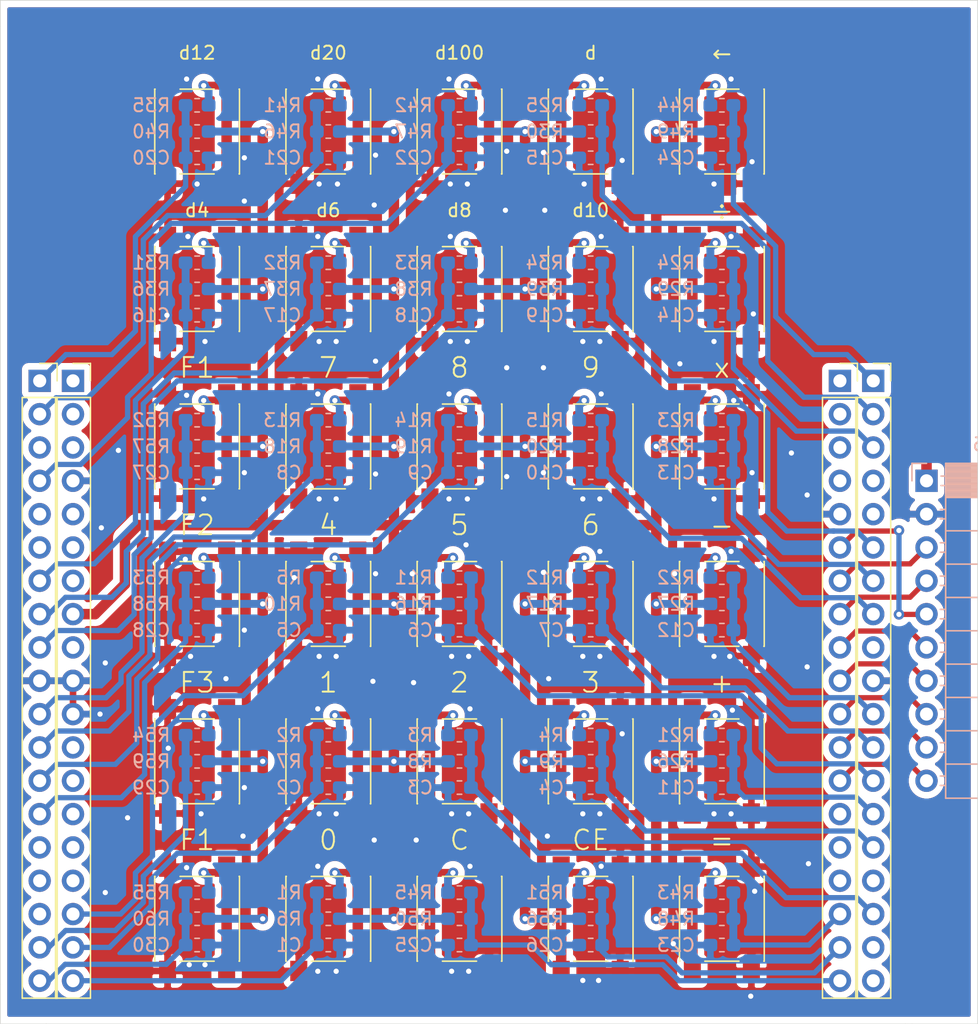
<source format=kicad_pcb>
(kicad_pcb (version 20171130) (host pcbnew 5.1.6-c6e7f7d~87~ubuntu18.04.1)
  (layers (0 F.Cu signal hide) (31 B.Cu signal hide) (34 B.Paste user) (35 F.Paste user) (36 B.SilkS user) (37 F.SilkS user) (38 B.Mask user) (39 F.Mask user) (44 Edge.Cuts user))
  (net 0 "")
  (net 1 GND)
  (net 2 KEY_0)
  (net 3 KEY_1)
  (net 4 KEY_2)
  (net 5 KEY_3)
  (net 6 KEY_4)
  (net 7 KEY_5)
  (net 8 KEY_6)
  (net 9 KEY_7)
  (net 10 KEY_8)
  (net 11 KEY_9)
  (net 12 KEY_PLUS)
  (net 13 KEY_MINUS)
  (net 14 KEY_TIMES)
  (net 15 KEY_DIV)
  (net 16 KEY_D)
  (net 17 KEY_D4)
  (net 18 KEY_D6)
  (net 19 KEY_D8)
  (net 20 KEY_D10)
  (net 21 KEY_D12)
  (net 22 KEY_D20)
  (net 23 KEY_D100)
  (net 24 KEY_ENTER)
  (net 25 KEY_BKSPC)
  (net 26 KEY_CLRLN)
  (net 27 KEY_CLRALL)
  (net 28 KEY_F1)
  (net 29 KEY_F2)
  (net 30 KEY_F3)
  (net 31 KEY_F4)
  (net 32 VCC)
  (net 33 "Net-(J1-Pad5)")
  (net 34 "Net-(J1-Pad6)")
  (net 35 "Net-(J1-Pad15)")
  (net 36 "Net-(J1-Pad16)")
  (net 37 "Net-(J1-Pad17)")
  (net 38 "Net-(J2-Pad16)")
  (net 39 "Net-(J2-Pad15)")
  (net 40 "Net-(J2-Pad14)")
  (net 41 "Net-(J2-Pad13)")
  (net 42 "Net-(J2-Pad12)")
  (net 43 "Net-(J2-Pad9)")
  (net 44 "Net-(J2-Pad7)")
  (net 45 "Net-(J2-Pad6)")
  (net 46 "Net-(J2-Pad5)")
  (net 47 "Net-(J2-Pad3)")
  (net 48 "Net-(J2-Pad2)")
  (net 49 "Net-(J2-Pad1)")
  (net 50 "Net-(J3-Pad1)")
  (net 51 "Net-(J3-Pad2)")
  (net 52 "Net-(J3-Pad3)")
  (net 53 "Net-(J3-Pad4)")
  (net 54 "Net-(J3-Pad14)")
  (net 55 "Net-(J3-Pad15)")
  (net 56 "Net-(J3-Pad16)")
  (net 57 "Net-(J4-Pad19)")
  (net 58 "Net-(J4-Pad18)")
  (net 59 "Net-(J4-Pad16)")
  (net 60 "Net-(J4-Pad9)")
  (net 61 "Net-(J4-Pad5)")
  (net 62 "Net-(J4-Pad4)")
  (net 63 "Net-(R1-Pad2)")
  (net 64 "Net-(R2-Pad2)")
  (net 65 "Net-(R3-Pad2)")
  (net 66 "Net-(R4-Pad2)")
  (net 67 "Net-(R5-Pad2)")
  (net 68 "Net-(R11-Pad2)")
  (net 69 "Net-(R12-Pad2)")
  (net 70 "Net-(R13-Pad2)")
  (net 71 "Net-(R14-Pad2)")
  (net 72 "Net-(R15-Pad2)")
  (net 73 "Net-(R21-Pad2)")
  (net 74 "Net-(R22-Pad2)")
  (net 75 "Net-(R23-Pad2)")
  (net 76 "Net-(R24-Pad2)")
  (net 77 "Net-(R25-Pad2)")
  (net 78 "Net-(R31-Pad2)")
  (net 79 "Net-(R32-Pad2)")
  (net 80 "Net-(R33-Pad2)")
  (net 81 "Net-(R34-Pad2)")
  (net 82 "Net-(R35-Pad2)")
  (net 83 "Net-(R41-Pad2)")
  (net 84 "Net-(R42-Pad2)")
  (net 85 "Net-(R43-Pad2)")
  (net 86 "Net-(R44-Pad2)")
  (net 87 "Net-(R45-Pad2)")
  (net 88 "Net-(R51-Pad2)")
  (net 89 "Net-(R52-Pad2)")
  (net 90 "Net-(R53-Pad2)")
  (net 91 "Net-(R54-Pad2)")
  (net 92 "Net-(R55-Pad2)")
  (net 93 "Net-(J1-Pad3)")
  (net 94 SCK)
  (net 95 MISO)
  (net 96 MOSI)
  (net 97 EPD_CS)
  (net 98 EPD_DC)
  (net 99 EPD_RST)
  (net 100 EPD_BUSY)
  (net 101 GPIO)
  (module Button_Switch_SMD:SW_Push_1P1T_NO_6x6mm_H9.5mm (layer F.Cu) (at 118.9 141.1 270)
    (fp_text reference SW11 hide)
    (fp_text value SW_Push)
    (pad 2 smd rect (at 3.975 2.25 270) (size 1.55 1.3) (layers F.Cu F.Paste F.Mask) (net 73 "Net-(R21-Pad2)"))
    (pad 1 smd rect (at 3.975 -2.25 270) (size 1.55 1.3) (layers F.Cu F.Paste F.Mask) (net 1 GND))
    (pad 1 smd rect (at -3.975 -2.25 270) (size 1.55 1.3) (layers F.Cu F.Paste F.Mask) (net 1 GND))
    (pad 2 smd rect (at -3.975 2.25 270) (size 1.55 1.3) (layers F.Cu F.Paste F.Mask) (net 73 "Net-(R21-Pad2)"))
  )
  (module Capacitor_SMD:C_0603_1608Metric_Pad1.05x0.95mm_HandSolder (layer B.Cu) (at 88.9 155.1)
    (fp_text reference C1 (at -3 0) (layer B.SilkS) (effects (justify mirror)))
    (fp_text value 0.1u)
    (pad 2 smd roundrect (at 0.875 0) (size 1.05 0.95) (layers B.Cu B.Paste B.Mask) (net 1 GND))
    (pad 1 smd roundrect (at -0.875 0) (size 1.05 0.95) (layers B.Cu B.Paste B.Mask) (net 2 KEY_0))
  )
  (module Capacitor_SMD:C_0603_1608Metric_Pad1.05x0.95mm_HandSolder (layer B.Cu) (at 88.9 143.1)
    (fp_text reference C2 (at -3 0) (layer B.SilkS) (effects (justify mirror)))
    (fp_text value 0.1u)
    (pad 1 smd roundrect (at -0.875 0) (size 1.05 0.95) (layers B.Cu B.Paste B.Mask) (net 3 KEY_1))
    (pad 2 smd roundrect (at 0.875 0) (size 1.05 0.95) (layers B.Cu B.Paste B.Mask) (net 1 GND))
  )
  (module Capacitor_SMD:C_0603_1608Metric_Pad1.05x0.95mm_HandSolder (layer B.Cu) (at 98.9 143.1 180)
    (fp_text reference C3 (at 3 0) (layer B.SilkS) (effects (justify mirror)))
    (fp_text value 0.1u)
    (pad 1 smd roundrect (at -0.875 0 180) (size 1.05 0.95) (layers B.Cu B.Paste B.Mask) (net 4 KEY_2))
    (pad 2 smd roundrect (at 0.875 0 180) (size 1.05 0.95) (layers B.Cu B.Paste B.Mask) (net 1 GND))
  )
  (module Capacitor_SMD:C_0603_1608Metric_Pad1.05x0.95mm_HandSolder (layer B.Cu) (at 108.9 143.1 180)
    (fp_text reference C4 (at 3 0) (layer B.SilkS) (effects (justify mirror)))
    (fp_text value 0.1u)
    (pad 1 smd roundrect (at -0.875 0 180) (size 1.05 0.95) (layers B.Cu B.Paste B.Mask) (net 5 KEY_3))
    (pad 2 smd roundrect (at 0.875 0 180) (size 1.05 0.95) (layers B.Cu B.Paste B.Mask) (net 1 GND))
  )
  (module Capacitor_SMD:C_0603_1608Metric_Pad1.05x0.95mm_HandSolder (layer B.Cu) (at 88.9 131.1)
    (fp_text reference C5 (at -3 0) (layer B.SilkS) (effects (justify mirror)))
    (fp_text value 0.1u)
    (pad 1 smd roundrect (at -0.875 0) (size 1.05 0.95) (layers B.Cu B.Paste B.Mask) (net 6 KEY_4))
    (pad 2 smd roundrect (at 0.875 0) (size 1.05 0.95) (layers B.Cu B.Paste B.Mask) (net 1 GND))
  )
  (module Capacitor_SMD:C_0603_1608Metric_Pad1.05x0.95mm_HandSolder (layer B.Cu) (at 98.9 131.1 180)
    (fp_text reference C6 (at 3 0) (layer B.SilkS) (effects (justify mirror)))
    (fp_text value 0.1u)
    (pad 1 smd roundrect (at -0.875 0 180) (size 1.05 0.95) (layers B.Cu B.Paste B.Mask) (net 7 KEY_5))
    (pad 2 smd roundrect (at 0.875 0 180) (size 1.05 0.95) (layers B.Cu B.Paste B.Mask) (net 1 GND))
  )
  (module Capacitor_SMD:C_0603_1608Metric_Pad1.05x0.95mm_HandSolder (layer B.Cu) (at 108.9 131.1 180)
    (fp_text reference C7 (at 3 0) (layer B.SilkS) (effects (justify mirror)))
    (fp_text value 0.1u)
    (pad 1 smd roundrect (at -0.875 0 180) (size 1.05 0.95) (layers B.Cu B.Paste B.Mask) (net 8 KEY_6))
    (pad 2 smd roundrect (at 0.875 0 180) (size 1.05 0.95) (layers B.Cu B.Paste B.Mask) (net 1 GND))
  )
  (module Capacitor_SMD:C_0603_1608Metric_Pad1.05x0.95mm_HandSolder (layer B.Cu) (at 88.9 119.1)
    (fp_text reference C8 (at -3 0) (layer B.SilkS) (effects (justify mirror)))
    (fp_text value 0.1u)
    (pad 1 smd roundrect (at -0.875 0) (size 1.05 0.95) (layers B.Cu B.Paste B.Mask) (net 9 KEY_7))
    (pad 2 smd roundrect (at 0.875 0) (size 1.05 0.95) (layers B.Cu B.Paste B.Mask) (net 1 GND))
  )
  (module Capacitor_SMD:C_0603_1608Metric_Pad1.05x0.95mm_HandSolder (layer B.Cu) (at 98.9 119.1)
    (fp_text reference C9 (at -3 0) (layer B.SilkS) (effects (justify mirror)))
    (fp_text value 0.1u)
    (pad 2 smd roundrect (at 0.875 0) (size 1.05 0.95) (layers B.Cu B.Paste B.Mask) (net 1 GND))
    (pad 1 smd roundrect (at -0.875 0) (size 1.05 0.95) (layers B.Cu B.Paste B.Mask) (net 10 KEY_8))
  )
  (module Capacitor_SMD:C_0603_1608Metric_Pad1.05x0.95mm_HandSolder (layer B.Cu) (at 108.9 119.1 180)
    (fp_text reference C10 (at 3.5 0) (layer B.SilkS) (effects (justify mirror)))
    (fp_text value 0.1u)
    (pad 2 smd roundrect (at 0.875 0 180) (size 1.05 0.95) (layers B.Cu B.Paste B.Mask) (net 1 GND))
    (pad 1 smd roundrect (at -0.875 0 180) (size 1.05 0.95) (layers B.Cu B.Paste B.Mask) (net 11 KEY_9))
  )
  (module Capacitor_SMD:C_0603_1608Metric_Pad1.05x0.95mm_HandSolder (layer B.Cu) (at 118.9 143.1 180)
    (fp_text reference C11 (at 3.5 0) (layer B.SilkS) (effects (justify mirror)))
    (fp_text value 0.1u)
    (pad 2 smd roundrect (at 0.875 0 180) (size 1.05 0.95) (layers B.Cu B.Paste B.Mask) (net 1 GND))
    (pad 1 smd roundrect (at -0.875 0 180) (size 1.05 0.95) (layers B.Cu B.Paste B.Mask) (net 12 KEY_PLUS))
  )
  (module Capacitor_SMD:C_0603_1608Metric_Pad1.05x0.95mm_HandSolder (layer B.Cu) (at 118.9 131.1 180)
    (fp_text reference C12 (at 3.5 0) (layer B.SilkS) (effects (justify mirror)))
    (fp_text value 0.1u)
    (pad 2 smd roundrect (at 0.875 0 180) (size 1.05 0.95) (layers B.Cu B.Paste B.Mask) (net 1 GND))
    (pad 1 smd roundrect (at -0.875 0 180) (size 1.05 0.95) (layers B.Cu B.Paste B.Mask) (net 13 KEY_MINUS))
  )
  (module Capacitor_SMD:C_0603_1608Metric_Pad1.05x0.95mm_HandSolder (layer B.Cu) (at 118.9 119.1 180)
    (fp_text reference C13 (at 3.5 0) (layer B.SilkS) (effects (justify mirror)))
    (fp_text value 0.1u)
    (pad 1 smd roundrect (at -0.875 0 180) (size 1.05 0.95) (layers B.Cu B.Paste B.Mask) (net 14 KEY_TIMES))
    (pad 2 smd roundrect (at 0.875 0 180) (size 1.05 0.95) (layers B.Cu B.Paste B.Mask) (net 1 GND))
  )
  (module Capacitor_SMD:C_0603_1608Metric_Pad1.05x0.95mm_HandSolder (layer B.Cu) (at 118.9 107.1 180)
    (fp_text reference C14 (at 3.5 0) (layer B.SilkS) (effects (justify mirror)))
    (fp_text value 0.1u)
    (pad 2 smd roundrect (at 0.875 0 180) (size 1.05 0.95) (layers B.Cu B.Paste B.Mask) (net 1 GND))
    (pad 1 smd roundrect (at -0.875 0 180) (size 1.05 0.95) (layers B.Cu B.Paste B.Mask) (net 15 KEY_DIV))
  )
  (module Capacitor_SMD:C_0603_1608Metric_Pad1.05x0.95mm_HandSolder (layer B.Cu) (at 108.9 95.1 180)
    (fp_text reference C15 (at 3.5 0) (layer B.SilkS) (effects (justify mirror)))
    (fp_text value 0.1u)
    (pad 1 smd roundrect (at -0.875 0 180) (size 1.05 0.95) (layers B.Cu B.Paste B.Mask) (net 16 KEY_D))
    (pad 2 smd roundrect (at 0.875 0 180) (size 1.05 0.95) (layers B.Cu B.Paste B.Mask) (net 1 GND))
  )
  (module Capacitor_SMD:C_0603_1608Metric_Pad1.05x0.95mm_HandSolder (layer B.Cu) (at 78.9 107.1)
    (fp_text reference C16 (at -3.5 0) (layer B.SilkS) (effects (justify mirror)))
    (fp_text value 0.1u)
    (pad 1 smd roundrect (at -0.875 0) (size 1.05 0.95) (layers B.Cu B.Paste B.Mask) (net 17 KEY_D4))
    (pad 2 smd roundrect (at 0.875 0) (size 1.05 0.95) (layers B.Cu B.Paste B.Mask) (net 1 GND))
  )
  (module Capacitor_SMD:C_0603_1608Metric_Pad1.05x0.95mm_HandSolder (layer B.Cu) (at 88.9 107.1)
    (fp_text reference C17 (at -3.5 0) (layer B.SilkS) (effects (justify mirror)))
    (fp_text value 0.1u)
    (pad 1 smd roundrect (at -0.875 0) (size 1.05 0.95) (layers B.Cu B.Paste B.Mask) (net 18 KEY_D6))
    (pad 2 smd roundrect (at 0.875 0) (size 1.05 0.95) (layers B.Cu B.Paste B.Mask) (net 1 GND))
  )
  (module Capacitor_SMD:C_0603_1608Metric_Pad1.05x0.95mm_HandSolder (layer B.Cu) (at 98.9 107.1)
    (fp_text reference C18 (at -3.5 0) (layer B.SilkS) (effects (justify mirror)))
    (fp_text value 0.1u)
    (pad 2 smd roundrect (at 0.875 0) (size 1.05 0.95) (layers B.Cu B.Paste B.Mask) (net 1 GND))
    (pad 1 smd roundrect (at -0.875 0) (size 1.05 0.95) (layers B.Cu B.Paste B.Mask) (net 19 KEY_D8))
  )
  (module Capacitor_SMD:C_0603_1608Metric_Pad1.05x0.95mm_HandSolder (layer B.Cu) (at 108.9 107.1 180)
    (fp_text reference C19 (at 3.5 0) (layer B.SilkS) (effects (justify mirror)))
    (fp_text value 0.1u)
    (pad 1 smd roundrect (at -0.875 0 180) (size 1.05 0.95) (layers B.Cu B.Paste B.Mask) (net 20 KEY_D10))
    (pad 2 smd roundrect (at 0.875 0 180) (size 1.05 0.95) (layers B.Cu B.Paste B.Mask) (net 1 GND))
  )
  (module Capacitor_SMD:C_0603_1608Metric_Pad1.05x0.95mm_HandSolder (layer B.Cu) (at 78.9 95.1)
    (fp_text reference C20 (at -3.5 0) (layer B.SilkS) (effects (justify mirror)))
    (fp_text value 0.1u)
    (pad 2 smd roundrect (at 0.875 0) (size 1.05 0.95) (layers B.Cu B.Paste B.Mask) (net 1 GND))
    (pad 1 smd roundrect (at -0.875 0) (size 1.05 0.95) (layers B.Cu B.Paste B.Mask) (net 21 KEY_D12))
  )
  (module Capacitor_SMD:C_0603_1608Metric_Pad1.05x0.95mm_HandSolder (layer B.Cu) (at 88.9 95.1)
    (fp_text reference C21 (at -3.5 0) (layer B.SilkS) (effects (justify mirror)))
    (fp_text value 0.1u)
    (pad 2 smd roundrect (at 0.875 0) (size 1.05 0.95) (layers B.Cu B.Paste B.Mask) (net 1 GND))
    (pad 1 smd roundrect (at -0.875 0) (size 1.05 0.95) (layers B.Cu B.Paste B.Mask) (net 22 KEY_D20))
  )
  (module Capacitor_SMD:C_0603_1608Metric_Pad1.05x0.95mm_HandSolder (layer B.Cu) (at 98.9 95.1)
    (fp_text reference C22 (at -3.5 0) (layer B.SilkS) (effects (justify mirror)))
    (fp_text value 0.1u)
    (pad 1 smd roundrect (at -0.875 0) (size 1.05 0.95) (layers B.Cu B.Paste B.Mask) (net 23 KEY_D100))
    (pad 2 smd roundrect (at 0.875 0) (size 1.05 0.95) (layers B.Cu B.Paste B.Mask) (net 1 GND))
  )
  (module Capacitor_SMD:C_0603_1608Metric_Pad1.05x0.95mm_HandSolder (layer B.Cu) (at 118.9 155.1 180)
    (fp_text reference C23 (at 3.5 0) (layer B.SilkS) (effects (justify mirror)))
    (fp_text value 0.1u)
    (pad 1 smd roundrect (at -0.875 0 180) (size 1.05 0.95) (layers B.Cu B.Paste B.Mask) (net 24 KEY_ENTER))
    (pad 2 smd roundrect (at 0.875 0 180) (size 1.05 0.95) (layers B.Cu B.Paste B.Mask) (net 1 GND))
  )
  (module Capacitor_SMD:C_0603_1608Metric_Pad1.05x0.95mm_HandSolder (layer B.Cu) (at 118.9 95.1 180)
    (fp_text reference C24 (at 3.5 0) (layer B.SilkS) (effects (justify mirror)))
    (fp_text value 0.1u)
    (pad 1 smd roundrect (at -0.875 0 180) (size 1.05 0.95) (layers B.Cu B.Paste B.Mask) (net 25 KEY_BKSPC))
    (pad 2 smd roundrect (at 0.875 0 180) (size 1.05 0.95) (layers B.Cu B.Paste B.Mask) (net 1 GND))
  )
  (module Capacitor_SMD:C_0603_1608Metric_Pad1.05x0.95mm_HandSolder (layer B.Cu) (at 98.9 155.1 180)
    (fp_text reference C25 (at 3.5 0) (layer B.SilkS) (effects (justify mirror)))
    (fp_text value 0.1u)
    (pad 2 smd roundrect (at 0.875 0 180) (size 1.05 0.95) (layers B.Cu B.Paste B.Mask) (net 1 GND))
    (pad 1 smd roundrect (at -0.875 0 180) (size 1.05 0.95) (layers B.Cu B.Paste B.Mask) (net 26 KEY_CLRLN))
  )
  (module Capacitor_SMD:C_0603_1608Metric_Pad1.05x0.95mm_HandSolder (layer B.Cu) (at 108.9 155.1 180)
    (fp_text reference C26 (at 3.5 0) (layer B.SilkS) (effects (justify mirror)))
    (fp_text value 0.1u)
    (pad 2 smd roundrect (at 0.875 0 180) (size 1.05 0.95) (layers B.Cu B.Paste B.Mask) (net 1 GND))
    (pad 1 smd roundrect (at -0.875 0 180) (size 1.05 0.95) (layers B.Cu B.Paste B.Mask) (net 27 KEY_CLRALL))
  )
  (module Capacitor_SMD:C_0603_1608Metric_Pad1.05x0.95mm_HandSolder (layer B.Cu) (at 78.9 119.1)
    (fp_text reference C27 (at -3.5 0) (layer B.SilkS) (effects (justify mirror)))
    (fp_text value 0.1u)
    (pad 2 smd roundrect (at 0.875 0) (size 1.05 0.95) (layers B.Cu B.Paste B.Mask) (net 1 GND))
    (pad 1 smd roundrect (at -0.875 0) (size 1.05 0.95) (layers B.Cu B.Paste B.Mask) (net 28 KEY_F1))
  )
  (module Capacitor_SMD:C_0603_1608Metric_Pad1.05x0.95mm_HandSolder (layer B.Cu) (at 78.9 131.1)
    (fp_text reference C28 (at -3.5 0) (layer B.SilkS) (effects (justify mirror)))
    (fp_text value 0.1u)
    (pad 2 smd roundrect (at 0.875 0) (size 1.05 0.95) (layers B.Cu B.Paste B.Mask) (net 1 GND))
    (pad 1 smd roundrect (at -0.875 0) (size 1.05 0.95) (layers B.Cu B.Paste B.Mask) (net 29 KEY_F2))
  )
  (module Capacitor_SMD:C_0603_1608Metric_Pad1.05x0.95mm_HandSolder (layer B.Cu) (at 78.9 143.1)
    (fp_text reference C29 (at -3.5 0) (layer B.SilkS) (effects (justify mirror)))
    (fp_text value 0.1u)
    (pad 2 smd roundrect (at 0.875 0) (size 1.05 0.95) (layers B.Cu B.Paste B.Mask) (net 1 GND))
    (pad 1 smd roundrect (at -0.875 0) (size 1.05 0.95) (layers B.Cu B.Paste B.Mask) (net 30 KEY_F3))
  )
  (module Capacitor_SMD:C_0603_1608Metric_Pad1.05x0.95mm_HandSolder (layer B.Cu) (at 78.9 155.1)
    (fp_text reference C30 (at -3.5 0) (layer B.SilkS) (effects (justify mirror)))
    (fp_text value 0.1u)
    (pad 2 smd roundrect (at 0.875 0) (size 1.05 0.95) (layers B.Cu B.Paste B.Mask) (net 1 GND))
    (pad 1 smd roundrect (at -0.875 0) (size 1.05 0.95) (layers B.Cu B.Paste B.Mask) (net 31 KEY_F4))
  )
  (module Connector_PinSocket_2.54mm:PinSocket_1x19_P2.54mm_Vertical (layer F.Cu) (at 66.9 112.1)
    (fp_text reference J1 hide)
    (fp_text value Conn_01x19_Female)
    (pad 1 thru_hole rect (at 0 0) (size 1.7 1.7) (drill 1) (layers *.Cu *.Mask) (net 21 KEY_D12))
    (pad 2 thru_hole oval (at 0 2.54) (size 1.7 1.7) (drill 1) (layers *.Cu *.Mask) (net 22 KEY_D20))
    (pad 3 thru_hole oval (at 0 5.08) (size 1.7 1.7) (drill 1) (layers *.Cu *.Mask) (net 93 "Net-(J1-Pad3)"))
    (pad 4 thru_hole oval (at 0 7.62) (size 1.7 1.7) (drill 1) (layers *.Cu *.Mask) (net 23 KEY_D100))
    (pad 5 thru_hole oval (at 0 10.16) (size 1.7 1.7) (drill 1) (layers *.Cu *.Mask) (net 33 "Net-(J1-Pad5)"))
    (pad 6 thru_hole oval (at 0 12.7) (size 1.7 1.7) (drill 1) (layers *.Cu *.Mask) (net 34 "Net-(J1-Pad6)"))
    (pad 7 thru_hole oval (at 0 15.24) (size 1.7 1.7) (drill 1) (layers *.Cu *.Mask) (net 17 KEY_D4))
    (pad 8 thru_hole oval (at 0 17.78) (size 1.7 1.7) (drill 1) (layers *.Cu *.Mask) (net 18 KEY_D6))
    (pad 9 thru_hole oval (at 0 20.32) (size 1.7 1.7) (drill 1) (layers *.Cu *.Mask) (net 19 KEY_D8))
    (pad 10 thru_hole oval (at 0 22.86) (size 1.7 1.7) (drill 1) (layers *.Cu *.Mask) (net 1 GND))
    (pad 11 thru_hole oval (at 0 25.4) (size 1.7 1.7) (drill 1) (layers *.Cu *.Mask) (net 28 KEY_F1))
    (pad 12 thru_hole oval (at 0 27.94) (size 1.7 1.7) (drill 1) (layers *.Cu *.Mask) (net 9 KEY_7))
    (pad 13 thru_hole oval (at 0 30.48) (size 1.7 1.7) (drill 1) (layers *.Cu *.Mask) (net 10 KEY_8))
    (pad 14 thru_hole oval (at 0 33.02) (size 1.7 1.7) (drill 1) (layers *.Cu *.Mask) (net 29 KEY_F2))
    (pad 15 thru_hole oval (at 0 35.56) (size 1.7 1.7) (drill 1) (layers *.Cu *.Mask) (net 35 "Net-(J1-Pad15)"))
    (pad 16 thru_hole oval (at 0 38.1) (size 1.7 1.7) (drill 1) (layers *.Cu *.Mask) (net 36 "Net-(J1-Pad16)"))
    (pad 17 thru_hole oval (at 0 40.64) (size 1.7 1.7) (drill 1) (layers *.Cu *.Mask) (net 37 "Net-(J1-Pad17)"))
    (pad 18 thru_hole oval (at 0 43.18) (size 1.7 1.7) (drill 1) (layers *.Cu *.Mask) (net 30 KEY_F3))
    (pad 19 thru_hole oval (at 0 45.72) (size 1.7 1.7) (drill 1) (layers *.Cu *.Mask) (net 31 KEY_F4))
  )
  (module Connector_PinSocket_2.54mm:PinSocket_1x19_P2.54mm_Vertical (layer F.Cu) (at 69.44 112.1)
    (fp_text reference J2 hide)
    (fp_text value Conn_01x19_Female)
    (pad 19 thru_hole oval (at 0 45.72) (size 1.7 1.7) (drill 1) (layers *.Cu *.Mask) (net 2 KEY_0))
    (pad 18 thru_hole oval (at 0 43.18) (size 1.7 1.7) (drill 1) (layers *.Cu *.Mask) (net 3 KEY_1))
    (pad 17 thru_hole oval (at 0 40.64) (size 1.7 1.7) (drill 1) (layers *.Cu *.Mask) (net 6 KEY_4))
    (pad 16 thru_hole oval (at 0 38.1) (size 1.7 1.7) (drill 1) (layers *.Cu *.Mask) (net 38 "Net-(J2-Pad16)"))
    (pad 15 thru_hole oval (at 0 35.56) (size 1.7 1.7) (drill 1) (layers *.Cu *.Mask) (net 39 "Net-(J2-Pad15)"))
    (pad 14 thru_hole oval (at 0 33.02) (size 1.7 1.7) (drill 1) (layers *.Cu *.Mask) (net 40 "Net-(J2-Pad14)"))
    (pad 13 thru_hole oval (at 0 30.48) (size 1.7 1.7) (drill 1) (layers *.Cu *.Mask) (net 41 "Net-(J2-Pad13)"))
    (pad 12 thru_hole oval (at 0 27.94) (size 1.7 1.7) (drill 1) (layers *.Cu *.Mask) (net 42 "Net-(J2-Pad12)"))
    (pad 11 thru_hole oval (at 0 25.4) (size 1.7 1.7) (drill 1) (layers *.Cu *.Mask) (net 1 GND))
    (pad 10 thru_hole oval (at 0 22.86) (size 1.7 1.7) (drill 1) (layers *.Cu *.Mask) (net 1 GND))
    (pad 9 thru_hole oval (at 0 20.32) (size 1.7 1.7) (drill 1) (layers *.Cu *.Mask) (net 43 "Net-(J2-Pad9)"))
    (pad 8 thru_hole oval (at 0 17.78) (size 1.7 1.7) (drill 1) (layers *.Cu *.Mask) (net 32 VCC))
    (pad 7 thru_hole oval (at 0 15.24) (size 1.7 1.7) (drill 1) (layers *.Cu *.Mask) (net 44 "Net-(J2-Pad7)"))
    (pad 6 thru_hole oval (at 0 12.7) (size 1.7 1.7) (drill 1) (layers *.Cu *.Mask) (net 45 "Net-(J2-Pad6)"))
    (pad 5 thru_hole oval (at 0 10.16) (size 1.7 1.7) (drill 1) (layers *.Cu *.Mask) (net 46 "Net-(J2-Pad5)"))
    (pad 4 thru_hole oval (at 0 7.62) (size 1.7 1.7) (drill 1) (layers *.Cu *.Mask) (net 1 GND))
    (pad 3 thru_hole oval (at 0 5.08) (size 1.7 1.7) (drill 1) (layers *.Cu *.Mask) (net 47 "Net-(J2-Pad3)"))
    (pad 2 thru_hole oval (at 0 2.54) (size 1.7 1.7) (drill 1) (layers *.Cu *.Mask) (net 48 "Net-(J2-Pad2)"))
    (pad 1 thru_hole rect (at 0 0) (size 1.7 1.7) (drill 1) (layers *.Cu *.Mask) (net 49 "Net-(J2-Pad1)"))
  )
  (module Connector_PinSocket_2.54mm:PinSocket_1x19_P2.54mm_Vertical (layer F.Cu) (at 127.9 112.1)
    (fp_text reference J3 hide)
    (fp_text value Conn_01x19_Female)
    (pad 1 thru_hole rect (at 0 0) (size 1.7 1.7) (drill 1) (layers *.Cu *.Mask) (net 50 "Net-(J3-Pad1)"))
    (pad 2 thru_hole oval (at 0 2.54) (size 1.7 1.7) (drill 1) (layers *.Cu *.Mask) (net 51 "Net-(J3-Pad2)"))
    (pad 3 thru_hole oval (at 0 5.08) (size 1.7 1.7) (drill 1) (layers *.Cu *.Mask) (net 52 "Net-(J3-Pad3)"))
    (pad 4 thru_hole oval (at 0 7.62) (size 1.7 1.7) (drill 1) (layers *.Cu *.Mask) (net 53 "Net-(J3-Pad4)"))
    (pad 5 thru_hole oval (at 0 10.16) (size 1.7 1.7) (drill 1) (layers *.Cu *.Mask) (net 1 GND))
    (pad 6 thru_hole oval (at 0 12.7) (size 1.7 1.7) (drill 1) (layers *.Cu *.Mask) (net 94 SCK))
    (pad 7 thru_hole oval (at 0 15.24) (size 1.7 1.7) (drill 1) (layers *.Cu *.Mask) (net 95 MISO))
    (pad 8 thru_hole oval (at 0 17.78) (size 1.7 1.7) (drill 1) (layers *.Cu *.Mask) (net 96 MOSI))
    (pad 9 thru_hole oval (at 0 20.32) (size 1.7 1.7) (drill 1) (layers *.Cu *.Mask) (net 97 EPD_CS))
    (pad 10 thru_hole oval (at 0 22.86) (size 1.7 1.7) (drill 1) (layers *.Cu *.Mask) (net 98 EPD_DC))
    (pad 11 thru_hole oval (at 0 25.4) (size 1.7 1.7) (drill 1) (layers *.Cu *.Mask) (net 99 EPD_RST))
    (pad 12 thru_hole oval (at 0 27.94) (size 1.7 1.7) (drill 1) (layers *.Cu *.Mask) (net 100 EPD_BUSY))
    (pad 13 thru_hole oval (at 0 30.48) (size 1.7 1.7) (drill 1) (layers *.Cu *.Mask) (net 101 GPIO))
    (pad 14 thru_hole oval (at 0 33.02) (size 1.7 1.7) (drill 1) (layers *.Cu *.Mask) (net 54 "Net-(J3-Pad14)"))
    (pad 15 thru_hole oval (at 0 35.56) (size 1.7 1.7) (drill 1) (layers *.Cu *.Mask) (net 55 "Net-(J3-Pad15)"))
    (pad 16 thru_hole oval (at 0 38.1) (size 1.7 1.7) (drill 1) (layers *.Cu *.Mask) (net 56 "Net-(J3-Pad16)"))
    (pad 17 thru_hole oval (at 0 40.64) (size 1.7 1.7) (drill 1) (layers *.Cu *.Mask) (net 24 KEY_ENTER))
    (pad 18 thru_hole oval (at 0 43.18) (size 1.7 1.7) (drill 1) (layers *.Cu *.Mask) (net 27 KEY_CLRALL))
    (pad 19 thru_hole oval (at 0 45.72) (size 1.7 1.7) (drill 1) (layers *.Cu *.Mask) (net 26 KEY_CLRLN))
  )
  (module Connector_PinSocket_2.54mm:PinSocket_1x19_P2.54mm_Vertical (layer F.Cu) (at 130.44 112.1)
    (fp_text reference J4 hide)
    (fp_text value Conn_01x19_Female)
    (pad 19 thru_hole oval (at 0 45.72) (size 1.7 1.7) (drill 1) (layers *.Cu *.Mask) (net 57 "Net-(J4-Pad19)"))
    (pad 18 thru_hole oval (at 0 43.18) (size 1.7 1.7) (drill 1) (layers *.Cu *.Mask) (net 58 "Net-(J4-Pad18)"))
    (pad 17 thru_hole oval (at 0 40.64) (size 1.7 1.7) (drill 1) (layers *.Cu *.Mask) (net 4 KEY_2))
    (pad 16 thru_hole oval (at 0 38.1) (size 1.7 1.7) (drill 1) (layers *.Cu *.Mask) (net 59 "Net-(J4-Pad16)"))
    (pad 15 thru_hole oval (at 0 35.56) (size 1.7 1.7) (drill 1) (layers *.Cu *.Mask) (net 5 KEY_3))
    (pad 14 thru_hole oval (at 0 33.02) (size 1.7 1.7) (drill 1) (layers *.Cu *.Mask) (net 12 KEY_PLUS))
    (pad 13 thru_hole oval (at 0 30.48) (size 1.7 1.7) (drill 1) (layers *.Cu *.Mask) (net 7 KEY_5))
    (pad 12 thru_hole oval (at 0 27.94) (size 1.7 1.7) (drill 1) (layers *.Cu *.Mask) (net 8 KEY_6))
    (pad 11 thru_hole oval (at 0 25.4) (size 1.7 1.7) (drill 1) (layers *.Cu *.Mask) (net 13 KEY_MINUS))
    (pad 10 thru_hole oval (at 0 22.86) (size 1.7 1.7) (drill 1) (layers *.Cu *.Mask) (net 1 GND))
    (pad 9 thru_hole oval (at 0 20.32) (size 1.7 1.7) (drill 1) (layers *.Cu *.Mask) (net 60 "Net-(J4-Pad9)"))
    (pad 8 thru_hole oval (at 0 17.78) (size 1.7 1.7) (drill 1) (layers *.Cu *.Mask) (net 11 KEY_9))
    (pad 7 thru_hole oval (at 0 15.24) (size 1.7 1.7) (drill 1) (layers *.Cu *.Mask) (net 14 KEY_TIMES))
    (pad 6 thru_hole oval (at 0 12.7) (size 1.7 1.7) (drill 1) (layers *.Cu *.Mask) (net 20 KEY_D10))
    (pad 5 thru_hole oval (at 0 10.16) (size 1.7 1.7) (drill 1) (layers *.Cu *.Mask) (net 61 "Net-(J4-Pad5)"))
    (pad 4 thru_hole oval (at 0 7.62) (size 1.7 1.7) (drill 1) (layers *.Cu *.Mask) (net 62 "Net-(J4-Pad4)"))
    (pad 3 thru_hole oval (at 0 5.08) (size 1.7 1.7) (drill 1) (layers *.Cu *.Mask) (net 15 KEY_DIV))
    (pad 2 thru_hole oval (at 0 2.54) (size 1.7 1.7) (drill 1) (layers *.Cu *.Mask) (net 16 KEY_D))
    (pad 1 thru_hole rect (at 0 0) (size 1.7 1.7) (drill 1) (layers *.Cu *.Mask) (net 25 KEY_BKSPC))
  )
  (module Resistor_SMD:R_0603_1608Metric_Pad1.05x0.95mm_HandSolder (layer B.Cu) (at 88.9 151.1)
    (fp_text reference R1 (at -3 0) (layer B.SilkS) (effects (justify mirror)))
    (fp_text value 1k)
    (pad 2 smd roundrect (at 0.875 0) (size 1.05 0.95) (layers B.Cu B.Paste B.Mask) (net 63 "Net-(R1-Pad2)"))
    (pad 1 smd roundrect (at -0.875 0) (size 1.05 0.95) (layers B.Cu B.Paste B.Mask) (net 2 KEY_0))
  )
  (module Resistor_SMD:R_0603_1608Metric_Pad1.05x0.95mm_HandSolder (layer B.Cu) (at 88.9 139.1)
    (fp_text reference R2 (at -3 0) (layer B.SilkS) (effects (justify mirror)))
    (fp_text value 1k)
    (pad 1 smd roundrect (at -0.875 0) (size 1.05 0.95) (layers B.Cu B.Paste B.Mask) (net 3 KEY_1))
    (pad 2 smd roundrect (at 0.875 0) (size 1.05 0.95) (layers B.Cu B.Paste B.Mask) (net 64 "Net-(R2-Pad2)"))
  )
  (module Resistor_SMD:R_0603_1608Metric_Pad1.05x0.95mm_HandSolder (layer B.Cu) (at 98.9 139.1 180)
    (fp_text reference R3 (at 3 0) (layer B.SilkS) (effects (justify mirror)))
    (fp_text value 1k)
    (pad 1 smd roundrect (at -0.875 0 180) (size 1.05 0.95) (layers B.Cu B.Paste B.Mask) (net 4 KEY_2))
    (pad 2 smd roundrect (at 0.875 0 180) (size 1.05 0.95) (layers B.Cu B.Paste B.Mask) (net 65 "Net-(R3-Pad2)"))
  )
  (module Resistor_SMD:R_0603_1608Metric_Pad1.05x0.95mm_HandSolder (layer B.Cu) (at 108.9 139.1 180)
    (fp_text reference R4 (at 3 0) (layer B.SilkS) (effects (justify mirror)))
    (fp_text value 1k)
    (pad 1 smd roundrect (at -0.875 0 180) (size 1.05 0.95) (layers B.Cu B.Paste B.Mask) (net 5 KEY_3))
    (pad 2 smd roundrect (at 0.875 0 180) (size 1.05 0.95) (layers B.Cu B.Paste B.Mask) (net 66 "Net-(R4-Pad2)"))
  )
  (module Resistor_SMD:R_0603_1608Metric_Pad1.05x0.95mm_HandSolder (layer B.Cu) (at 88.9 127.1)
    (fp_text reference R5 (at -3 0) (layer B.SilkS) (effects (justify mirror)))
    (fp_text value 1k)
    (pad 2 smd roundrect (at 0.875 0) (size 1.05 0.95) (layers B.Cu B.Paste B.Mask) (net 67 "Net-(R5-Pad2)"))
    (pad 1 smd roundrect (at -0.875 0) (size 1.05 0.95) (layers B.Cu B.Paste B.Mask) (net 6 KEY_4))
  )
  (module Resistor_SMD:R_0603_1608Metric_Pad1.05x0.95mm_HandSolder (layer B.Cu) (at 88.9 153.1 180)
    (fp_text reference R6 (at 3 0) (layer B.SilkS) (effects (justify mirror)))
    (fp_text value 10k)
    (pad 1 smd roundrect (at -0.875 0 180) (size 1.05 0.95) (layers B.Cu B.Paste B.Mask) (net 32 VCC))
    (pad 2 smd roundrect (at 0.875 0 180) (size 1.05 0.95) (layers B.Cu B.Paste B.Mask) (net 2 KEY_0))
  )
  (module Resistor_SMD:R_0603_1608Metric_Pad1.05x0.95mm_HandSolder (layer B.Cu) (at 88.9 141.1 180)
    (fp_text reference R7 (at 3 0) (layer B.SilkS) (effects (justify mirror)))
    (fp_text value 10k)
    (pad 2 smd roundrect (at 0.875 0 180) (size 1.05 0.95) (layers B.Cu B.Paste B.Mask) (net 3 KEY_1))
    (pad 1 smd roundrect (at -0.875 0 180) (size 1.05 0.95) (layers B.Cu B.Paste B.Mask) (net 32 VCC))
  )
  (module Resistor_SMD:R_0603_1608Metric_Pad1.05x0.95mm_HandSolder (layer B.Cu) (at 98.9 141.1)
    (fp_text reference R8 (at -3 0) (layer B.SilkS) (effects (justify mirror)))
    (fp_text value 10k)
    (pad 2 smd roundrect (at 0.875 0) (size 1.05 0.95) (layers B.Cu B.Paste B.Mask) (net 4 KEY_2))
    (pad 1 smd roundrect (at -0.875 0) (size 1.05 0.95) (layers B.Cu B.Paste B.Mask) (net 32 VCC))
  )
  (module Resistor_SMD:R_0603_1608Metric_Pad1.05x0.95mm_HandSolder (layer B.Cu) (at 108.9 141.1)
    (fp_text reference R9 (at -3 0) (layer B.SilkS) (effects (justify mirror)))
    (fp_text value 10k)
    (pad 2 smd roundrect (at 0.875 0) (size 1.05 0.95) (layers B.Cu B.Paste B.Mask) (net 5 KEY_3))
    (pad 1 smd roundrect (at -0.875 0) (size 1.05 0.95) (layers B.Cu B.Paste B.Mask) (net 32 VCC))
  )
  (module Resistor_SMD:R_0603_1608Metric_Pad1.05x0.95mm_HandSolder (layer B.Cu) (at 88.9 129.1 180)
    (fp_text reference R10 (at 3.5 0) (layer B.SilkS) (effects (justify mirror)))
    (fp_text value 10k)
    (pad 1 smd roundrect (at -0.875 0 180) (size 1.05 0.95) (layers B.Cu B.Paste B.Mask) (net 32 VCC))
    (pad 2 smd roundrect (at 0.875 0 180) (size 1.05 0.95) (layers B.Cu B.Paste B.Mask) (net 6 KEY_4))
  )
  (module Resistor_SMD:R_0603_1608Metric_Pad1.05x0.95mm_HandSolder (layer B.Cu) (at 98.9 127.1 180)
    (fp_text reference R11 (at 3.5 0) (layer B.SilkS) (effects (justify mirror)))
    (fp_text value 1k)
    (pad 2 smd roundrect (at 0.875 0 180) (size 1.05 0.95) (layers B.Cu B.Paste B.Mask) (net 68 "Net-(R11-Pad2)"))
    (pad 1 smd roundrect (at -0.875 0 180) (size 1.05 0.95) (layers B.Cu B.Paste B.Mask) (net 7 KEY_5))
  )
  (module Resistor_SMD:R_0603_1608Metric_Pad1.05x0.95mm_HandSolder (layer B.Cu) (at 108.9 127.1 180)
    (fp_text reference R12 (at 3.5 0) (layer B.SilkS) (effects (justify mirror)))
    (fp_text value 1k)
    (pad 2 smd roundrect (at 0.875 0 180) (size 1.05 0.95) (layers B.Cu B.Paste B.Mask) (net 69 "Net-(R12-Pad2)"))
    (pad 1 smd roundrect (at -0.875 0 180) (size 1.05 0.95) (layers B.Cu B.Paste B.Mask) (net 8 KEY_6))
  )
  (module Resistor_SMD:R_0603_1608Metric_Pad1.05x0.95mm_HandSolder (layer B.Cu) (at 88.9 115.1)
    (fp_text reference R13 (at -3.5 0) (layer B.SilkS) (effects (justify mirror)))
    (fp_text value 1k)
    (pad 2 smd roundrect (at 0.875 0) (size 1.05 0.95) (layers B.Cu B.Paste B.Mask) (net 70 "Net-(R13-Pad2)"))
    (pad 1 smd roundrect (at -0.875 0) (size 1.05 0.95) (layers B.Cu B.Paste B.Mask) (net 9 KEY_7))
  )
  (module Resistor_SMD:R_0603_1608Metric_Pad1.05x0.95mm_HandSolder (layer B.Cu) (at 98.9 115.1)
    (fp_text reference R14 (at -3.5 0) (layer B.SilkS) (effects (justify mirror)))
    (fp_text value 1k)
    (pad 2 smd roundrect (at 0.875 0) (size 1.05 0.95) (layers B.Cu B.Paste B.Mask) (net 71 "Net-(R14-Pad2)"))
    (pad 1 smd roundrect (at -0.875 0) (size 1.05 0.95) (layers B.Cu B.Paste B.Mask) (net 10 KEY_8))
  )
  (module Resistor_SMD:R_0603_1608Metric_Pad1.05x0.95mm_HandSolder (layer B.Cu) (at 108.9 115.1 180)
    (fp_text reference R15 (at 3.5 0) (layer B.SilkS) (effects (justify mirror)))
    (fp_text value 1k)
    (pad 2 smd roundrect (at 0.875 0 180) (size 1.05 0.95) (layers B.Cu B.Paste B.Mask) (net 72 "Net-(R15-Pad2)"))
    (pad 1 smd roundrect (at -0.875 0 180) (size 1.05 0.95) (layers B.Cu B.Paste B.Mask) (net 11 KEY_9))
  )
  (module Resistor_SMD:R_0603_1608Metric_Pad1.05x0.95mm_HandSolder (layer B.Cu) (at 98.9 129.1)
    (fp_text reference R16 (at -3.5 0) (layer B.SilkS) (effects (justify mirror)))
    (fp_text value 10k)
    (pad 1 smd roundrect (at -0.875 0) (size 1.05 0.95) (layers B.Cu B.Paste B.Mask) (net 32 VCC))
    (pad 2 smd roundrect (at 0.875 0) (size 1.05 0.95) (layers B.Cu B.Paste B.Mask) (net 7 KEY_5))
  )
  (module Resistor_SMD:R_0603_1608Metric_Pad1.05x0.95mm_HandSolder (layer B.Cu) (at 108.9 129.1)
    (fp_text reference R17 (at -3.5 0) (layer B.SilkS) (effects (justify mirror)))
    (fp_text value 10k)
    (pad 1 smd roundrect (at -0.875 0) (size 1.05 0.95) (layers B.Cu B.Paste B.Mask) (net 32 VCC))
    (pad 2 smd roundrect (at 0.875 0) (size 1.05 0.95) (layers B.Cu B.Paste B.Mask) (net 8 KEY_6))
  )
  (module Resistor_SMD:R_0603_1608Metric_Pad1.05x0.95mm_HandSolder (layer B.Cu) (at 88.9 117.1 180)
    (fp_text reference R18 (at 3.5 0) (layer B.SilkS) (effects (justify mirror)))
    (fp_text value 10k)
    (pad 1 smd roundrect (at -0.875 0 180) (size 1.05 0.95) (layers B.Cu B.Paste B.Mask) (net 32 VCC))
    (pad 2 smd roundrect (at 0.875 0 180) (size 1.05 0.95) (layers B.Cu B.Paste B.Mask) (net 9 KEY_7))
  )
  (module Resistor_SMD:R_0603_1608Metric_Pad1.05x0.95mm_HandSolder (layer B.Cu) (at 98.9 117.1 180)
    (fp_text reference R19 (at 3.5 0) (layer B.SilkS) (effects (justify mirror)))
    (fp_text value 10k)
    (pad 1 smd roundrect (at -0.875 0 180) (size 1.05 0.95) (layers B.Cu B.Paste B.Mask) (net 32 VCC))
    (pad 2 smd roundrect (at 0.875 0 180) (size 1.05 0.95) (layers B.Cu B.Paste B.Mask) (net 10 KEY_8))
  )
  (module Resistor_SMD:R_0603_1608Metric_Pad1.05x0.95mm_HandSolder (layer B.Cu) (at 108.9 117.1)
    (fp_text reference R20 (at -3.5 0) (layer B.SilkS) (effects (justify mirror)))
    (fp_text value 10k)
    (pad 1 smd roundrect (at -0.875 0) (size 1.05 0.95) (layers B.Cu B.Paste B.Mask) (net 32 VCC))
    (pad 2 smd roundrect (at 0.875 0) (size 1.05 0.95) (layers B.Cu B.Paste B.Mask) (net 11 KEY_9))
  )
  (module Resistor_SMD:R_0603_1608Metric_Pad1.05x0.95mm_HandSolder (layer B.Cu) (at 118.9 139.1 180)
    (fp_text reference R21 (at 3.5 0) (layer B.SilkS) (effects (justify mirror)))
    (fp_text value 1k)
    (pad 2 smd roundrect (at 0.875 0 180) (size 1.05 0.95) (layers B.Cu B.Paste B.Mask) (net 73 "Net-(R21-Pad2)"))
    (pad 1 smd roundrect (at -0.875 0 180) (size 1.05 0.95) (layers B.Cu B.Paste B.Mask) (net 12 KEY_PLUS))
  )
  (module Resistor_SMD:R_0603_1608Metric_Pad1.05x0.95mm_HandSolder (layer B.Cu) (at 118.9 127.1 180)
    (fp_text reference R22 (at 3.5 0) (layer B.SilkS) (effects (justify mirror)))
    (fp_text value 1k)
    (pad 2 smd roundrect (at 0.875 0 180) (size 1.05 0.95) (layers B.Cu B.Paste B.Mask) (net 74 "Net-(R22-Pad2)"))
    (pad 1 smd roundrect (at -0.875 0 180) (size 1.05 0.95) (layers B.Cu B.Paste B.Mask) (net 13 KEY_MINUS))
  )
  (module Resistor_SMD:R_0603_1608Metric_Pad1.05x0.95mm_HandSolder (layer B.Cu) (at 118.9 115.1 180)
    (fp_text reference R23 (at 3.5 0) (layer B.SilkS) (effects (justify mirror)))
    (fp_text value 1k)
    (pad 2 smd roundrect (at 0.875 0 180) (size 1.05 0.95) (layers B.Cu B.Paste B.Mask) (net 75 "Net-(R23-Pad2)"))
    (pad 1 smd roundrect (at -0.875 0 180) (size 1.05 0.95) (layers B.Cu B.Paste B.Mask) (net 14 KEY_TIMES))
  )
  (module Resistor_SMD:R_0603_1608Metric_Pad1.05x0.95mm_HandSolder (layer B.Cu) (at 118.9 103.1 180)
    (fp_text reference R24 (at 3.5 0) (layer B.SilkS) (effects (justify mirror)))
    (fp_text value 1k)
    (pad 2 smd roundrect (at 0.875 0 180) (size 1.05 0.95) (layers B.Cu B.Paste B.Mask) (net 76 "Net-(R24-Pad2)"))
    (pad 1 smd roundrect (at -0.875 0 180) (size 1.05 0.95) (layers B.Cu B.Paste B.Mask) (net 15 KEY_DIV))
  )
  (module Resistor_SMD:R_0603_1608Metric_Pad1.05x0.95mm_HandSolder (layer B.Cu) (at 108.9 91.1 180)
    (fp_text reference R25 (at 3.5 0) (layer B.SilkS) (effects (justify mirror)))
    (fp_text value 1k)
    (pad 2 smd roundrect (at 0.875 0 180) (size 1.05 0.95) (layers B.Cu B.Paste B.Mask) (net 77 "Net-(R25-Pad2)"))
    (pad 1 smd roundrect (at -0.875 0 180) (size 1.05 0.95) (layers B.Cu B.Paste B.Mask) (net 16 KEY_D))
  )
  (module Resistor_SMD:R_0603_1608Metric_Pad1.05x0.95mm_HandSolder (layer B.Cu) (at 118.9 141.1)
    (fp_text reference R26 (at -3.5 0) (layer B.SilkS) (effects (justify mirror)))
    (fp_text value 10k)
    (pad 1 smd roundrect (at -0.875 0) (size 1.05 0.95) (layers B.Cu B.Paste B.Mask) (net 32 VCC))
    (pad 2 smd roundrect (at 0.875 0) (size 1.05 0.95) (layers B.Cu B.Paste B.Mask) (net 12 KEY_PLUS))
  )
  (module Resistor_SMD:R_0603_1608Metric_Pad1.05x0.95mm_HandSolder (layer B.Cu) (at 118.9 129.1)
    (fp_text reference R27 (at -3.5 0) (layer B.SilkS) (effects (justify mirror)))
    (fp_text value 10k)
    (pad 1 smd roundrect (at -0.875 0) (size 1.05 0.95) (layers B.Cu B.Paste B.Mask) (net 32 VCC))
    (pad 2 smd roundrect (at 0.875 0) (size 1.05 0.95) (layers B.Cu B.Paste B.Mask) (net 13 KEY_MINUS))
  )
  (module Resistor_SMD:R_0603_1608Metric_Pad1.05x0.95mm_HandSolder (layer B.Cu) (at 118.9 117.1)
    (fp_text reference R28 (at -3.5 0) (layer B.SilkS) (effects (justify mirror)))
    (fp_text value 10k)
    (pad 1 smd roundrect (at -0.875 0) (size 1.05 0.95) (layers B.Cu B.Paste B.Mask) (net 32 VCC))
    (pad 2 smd roundrect (at 0.875 0) (size 1.05 0.95) (layers B.Cu B.Paste B.Mask) (net 14 KEY_TIMES))
  )
  (module Resistor_SMD:R_0603_1608Metric_Pad1.05x0.95mm_HandSolder (layer B.Cu) (at 118.9 105.1)
    (fp_text reference R29 (at -3.5 0) (layer B.SilkS) (effects (justify mirror)))
    (fp_text value 10k)
    (pad 1 smd roundrect (at -0.875 0) (size 1.05 0.95) (layers B.Cu B.Paste B.Mask) (net 32 VCC))
    (pad 2 smd roundrect (at 0.875 0) (size 1.05 0.95) (layers B.Cu B.Paste B.Mask) (net 15 KEY_DIV))
  )
  (module Resistor_SMD:R_0603_1608Metric_Pad1.05x0.95mm_HandSolder (layer B.Cu) (at 108.9 93.1)
    (fp_text reference R30 (at -3.5 0) (layer B.SilkS) (effects (justify mirror)))
    (fp_text value 10k)
    (pad 1 smd roundrect (at -0.875 0) (size 1.05 0.95) (layers B.Cu B.Paste B.Mask) (net 32 VCC))
    (pad 2 smd roundrect (at 0.875 0) (size 1.05 0.95) (layers B.Cu B.Paste B.Mask) (net 16 KEY_D))
  )
  (module Resistor_SMD:R_0603_1608Metric_Pad1.05x0.95mm_HandSolder (layer B.Cu) (at 78.9 103.1)
    (fp_text reference R31 (at -3.5 0) (layer B.SilkS) (effects (justify mirror)))
    (fp_text value 1k)
    (pad 2 smd roundrect (at 0.875 0) (size 1.05 0.95) (layers B.Cu B.Paste B.Mask) (net 78 "Net-(R31-Pad2)"))
    (pad 1 smd roundrect (at -0.875 0) (size 1.05 0.95) (layers B.Cu B.Paste B.Mask) (net 17 KEY_D4))
  )
  (module Resistor_SMD:R_0603_1608Metric_Pad1.05x0.95mm_HandSolder (layer B.Cu) (at 88.9 103.1)
    (fp_text reference R32 (at -3.5 0) (layer B.SilkS) (effects (justify mirror)))
    (fp_text value 1k)
    (pad 1 smd roundrect (at -0.875 0) (size 1.05 0.95) (layers B.Cu B.Paste B.Mask) (net 18 KEY_D6))
    (pad 2 smd roundrect (at 0.875 0) (size 1.05 0.95) (layers B.Cu B.Paste B.Mask) (net 79 "Net-(R32-Pad2)"))
  )
  (module Resistor_SMD:R_0603_1608Metric_Pad1.05x0.95mm_HandSolder (layer B.Cu) (at 98.9 103.1)
    (fp_text reference R33 (at -3.5 0) (layer B.SilkS) (effects (justify mirror)))
    (fp_text value 1k)
    (pad 1 smd roundrect (at -0.875 0) (size 1.05 0.95) (layers B.Cu B.Paste B.Mask) (net 19 KEY_D8))
    (pad 2 smd roundrect (at 0.875 0) (size 1.05 0.95) (layers B.Cu B.Paste B.Mask) (net 80 "Net-(R33-Pad2)"))
  )
  (module Resistor_SMD:R_0603_1608Metric_Pad1.05x0.95mm_HandSolder (layer B.Cu) (at 108.9 103.1 180)
    (fp_text reference R34 (at 3.5 0) (layer B.SilkS) (effects (justify mirror)))
    (fp_text value 1k)
    (pad 1 smd roundrect (at -0.875 0 180) (size 1.05 0.95) (layers B.Cu B.Paste B.Mask) (net 20 KEY_D10))
    (pad 2 smd roundrect (at 0.875 0 180) (size 1.05 0.95) (layers B.Cu B.Paste B.Mask) (net 81 "Net-(R34-Pad2)"))
  )
  (module Resistor_SMD:R_0603_1608Metric_Pad1.05x0.95mm_HandSolder (layer B.Cu) (at 78.9 91.1)
    (fp_text reference R35 (at -3.5 0) (layer B.SilkS) (effects (justify mirror)))
    (fp_text value 1k)
    (pad 1 smd roundrect (at -0.875 0) (size 1.05 0.95) (layers B.Cu B.Paste B.Mask) (net 21 KEY_D12))
    (pad 2 smd roundrect (at 0.875 0) (size 1.05 0.95) (layers B.Cu B.Paste B.Mask) (net 82 "Net-(R35-Pad2)"))
  )
  (module Resistor_SMD:R_0603_1608Metric_Pad1.05x0.95mm_HandSolder (layer B.Cu) (at 78.9 105.1 180)
    (fp_text reference R36 (at 3.5 0) (layer B.SilkS) (effects (justify mirror)))
    (fp_text value 10k)
    (pad 1 smd roundrect (at -0.875 0 180) (size 1.05 0.95) (layers B.Cu B.Paste B.Mask) (net 32 VCC))
    (pad 2 smd roundrect (at 0.875 0 180) (size 1.05 0.95) (layers B.Cu B.Paste B.Mask) (net 17 KEY_D4))
  )
  (module Resistor_SMD:R_0603_1608Metric_Pad1.05x0.95mm_HandSolder (layer B.Cu) (at 88.9 105.1 180)
    (fp_text reference R37 (at 3.5 0) (layer B.SilkS) (effects (justify mirror)))
    (fp_text value 10k)
    (pad 2 smd roundrect (at 0.875 0 180) (size 1.05 0.95) (layers B.Cu B.Paste B.Mask) (net 18 KEY_D6))
    (pad 1 smd roundrect (at -0.875 0 180) (size 1.05 0.95) (layers B.Cu B.Paste B.Mask) (net 32 VCC))
  )
  (module Resistor_SMD:R_0603_1608Metric_Pad1.05x0.95mm_HandSolder (layer B.Cu) (at 98.9 105.1 180)
    (fp_text reference R38 (at 3.5 0) (layer B.SilkS) (effects (justify mirror)))
    (fp_text value 10k)
    (pad 2 smd roundrect (at 0.875 0 180) (size 1.05 0.95) (layers B.Cu B.Paste B.Mask) (net 19 KEY_D8))
    (pad 1 smd roundrect (at -0.875 0 180) (size 1.05 0.95) (layers B.Cu B.Paste B.Mask) (net 32 VCC))
  )
  (module Resistor_SMD:R_0603_1608Metric_Pad1.05x0.95mm_HandSolder (layer B.Cu) (at 108.9 105.1)
    (fp_text reference R39 (at -3.5 0) (layer B.SilkS) (effects (justify mirror)))
    (fp_text value 10k)
    (pad 2 smd roundrect (at 0.875 0) (size 1.05 0.95) (layers B.Cu B.Paste B.Mask) (net 20 KEY_D10))
    (pad 1 smd roundrect (at -0.875 0) (size 1.05 0.95) (layers B.Cu B.Paste B.Mask) (net 32 VCC))
  )
  (module Resistor_SMD:R_0603_1608Metric_Pad1.05x0.95mm_HandSolder (layer B.Cu) (at 78.9 93.1 180)
    (fp_text reference R40 (at 3.5 0) (layer B.SilkS) (effects (justify mirror)))
    (fp_text value 10k)
    (pad 2 smd roundrect (at 0.875 0 180) (size 1.05 0.95) (layers B.Cu B.Paste B.Mask) (net 21 KEY_D12))
    (pad 1 smd roundrect (at -0.875 0 180) (size 1.05 0.95) (layers B.Cu B.Paste B.Mask) (net 32 VCC))
  )
  (module Resistor_SMD:R_0603_1608Metric_Pad1.05x0.95mm_HandSolder (layer B.Cu) (at 88.9 91.1)
    (fp_text reference R41 (at -3.5 0) (layer B.SilkS) (effects (justify mirror)))
    (fp_text value 1k)
    (pad 1 smd roundrect (at -0.875 0) (size 1.05 0.95) (layers B.Cu B.Paste B.Mask) (net 22 KEY_D20))
    (pad 2 smd roundrect (at 0.875 0) (size 1.05 0.95) (layers B.Cu B.Paste B.Mask) (net 83 "Net-(R41-Pad2)"))
  )
  (module Resistor_SMD:R_0603_1608Metric_Pad1.05x0.95mm_HandSolder (layer B.Cu) (at 98.9 91.1)
    (fp_text reference R42 (at -3.5 0) (layer B.SilkS) (effects (justify mirror)))
    (fp_text value 1k)
    (pad 1 smd roundrect (at -0.875 0) (size 1.05 0.95) (layers B.Cu B.Paste B.Mask) (net 23 KEY_D100))
    (pad 2 smd roundrect (at 0.875 0) (size 1.05 0.95) (layers B.Cu B.Paste B.Mask) (net 84 "Net-(R42-Pad2)"))
  )
  (module Resistor_SMD:R_0603_1608Metric_Pad1.05x0.95mm_HandSolder (layer B.Cu) (at 118.9 151.1 180)
    (fp_text reference R43 (at 3.5 0) (layer B.SilkS) (effects (justify mirror)))
    (fp_text value 1k)
    (pad 1 smd roundrect (at -0.875 0 180) (size 1.05 0.95) (layers B.Cu B.Paste B.Mask) (net 24 KEY_ENTER))
    (pad 2 smd roundrect (at 0.875 0 180) (size 1.05 0.95) (layers B.Cu B.Paste B.Mask) (net 85 "Net-(R43-Pad2)"))
  )
  (module Resistor_SMD:R_0603_1608Metric_Pad1.05x0.95mm_HandSolder (layer B.Cu) (at 118.9 91.1 180)
    (fp_text reference R44 (at 3.5 0) (layer B.SilkS) (effects (justify mirror)))
    (fp_text value 1k)
    (pad 1 smd roundrect (at -0.875 0 180) (size 1.05 0.95) (layers B.Cu B.Paste B.Mask) (net 25 KEY_BKSPC))
    (pad 2 smd roundrect (at 0.875 0 180) (size 1.05 0.95) (layers B.Cu B.Paste B.Mask) (net 86 "Net-(R44-Pad2)"))
  )
  (module Resistor_SMD:R_0603_1608Metric_Pad1.05x0.95mm_HandSolder (layer B.Cu) (at 98.9 151.1 180)
    (fp_text reference R45 (at 3.5 0) (layer B.SilkS) (effects (justify mirror)))
    (fp_text value 1k)
    (pad 1 smd roundrect (at -0.875 0 180) (size 1.05 0.95) (layers B.Cu B.Paste B.Mask) (net 26 KEY_CLRLN))
    (pad 2 smd roundrect (at 0.875 0 180) (size 1.05 0.95) (layers B.Cu B.Paste B.Mask) (net 87 "Net-(R45-Pad2)"))
  )
  (module Resistor_SMD:R_0603_1608Metric_Pad1.05x0.95mm_HandSolder (layer B.Cu) (at 88.9 93.1 180)
    (fp_text reference R46 (at 3.5 0) (layer B.SilkS) (effects (justify mirror)))
    (fp_text value 10k)
    (pad 2 smd roundrect (at 0.875 0 180) (size 1.05 0.95) (layers B.Cu B.Paste B.Mask) (net 22 KEY_D20))
    (pad 1 smd roundrect (at -0.875 0 180) (size 1.05 0.95) (layers B.Cu B.Paste B.Mask) (net 32 VCC))
  )
  (module Resistor_SMD:R_0603_1608Metric_Pad1.05x0.95mm_HandSolder (layer B.Cu) (at 98.9 93.1 180)
    (fp_text reference R47 (at 3.5 0) (layer B.SilkS) (effects (justify mirror)))
    (fp_text value 10k)
    (pad 2 smd roundrect (at 0.875 0 180) (size 1.05 0.95) (layers B.Cu B.Paste B.Mask) (net 23 KEY_D100))
    (pad 1 smd roundrect (at -0.875 0 180) (size 1.05 0.95) (layers B.Cu B.Paste B.Mask) (net 32 VCC))
  )
  (module Resistor_SMD:R_0603_1608Metric_Pad1.05x0.95mm_HandSolder (layer B.Cu) (at 118.9 153.1)
    (fp_text reference R48 (at -3.5 0) (layer B.SilkS) (effects (justify mirror)))
    (fp_text value 10k)
    (pad 2 smd roundrect (at 0.875 0) (size 1.05 0.95) (layers B.Cu B.Paste B.Mask) (net 24 KEY_ENTER))
    (pad 1 smd roundrect (at -0.875 0) (size 1.05 0.95) (layers B.Cu B.Paste B.Mask) (net 32 VCC))
  )
  (module Resistor_SMD:R_0603_1608Metric_Pad1.05x0.95mm_HandSolder (layer B.Cu) (at 118.9 93.1)
    (fp_text reference R49 (at -3.5 0) (layer B.SilkS) (effects (justify mirror)))
    (fp_text value 10k)
    (pad 2 smd roundrect (at 0.875 0) (size 1.05 0.95) (layers B.Cu B.Paste B.Mask) (net 25 KEY_BKSPC))
    (pad 1 smd roundrect (at -0.875 0) (size 1.05 0.95) (layers B.Cu B.Paste B.Mask) (net 32 VCC))
  )
  (module Resistor_SMD:R_0603_1608Metric_Pad1.05x0.95mm_HandSolder (layer B.Cu) (at 98.9 153.1)
    (fp_text reference R50 (at -3.5 0) (layer B.SilkS) (effects (justify mirror)))
    (fp_text value 10k)
    (pad 2 smd roundrect (at 0.875 0) (size 1.05 0.95) (layers B.Cu B.Paste B.Mask) (net 26 KEY_CLRLN))
    (pad 1 smd roundrect (at -0.875 0) (size 1.05 0.95) (layers B.Cu B.Paste B.Mask) (net 32 VCC))
  )
  (module Resistor_SMD:R_0603_1608Metric_Pad1.05x0.95mm_HandSolder (layer B.Cu) (at 108.9 151.1 180)
    (fp_text reference R51 (at 3.5 0) (layer B.SilkS) (effects (justify mirror)))
    (fp_text value 1k)
    (pad 1 smd roundrect (at -0.875 0 180) (size 1.05 0.95) (layers B.Cu B.Paste B.Mask) (net 27 KEY_CLRALL))
    (pad 2 smd roundrect (at 0.875 0 180) (size 1.05 0.95) (layers B.Cu B.Paste B.Mask) (net 88 "Net-(R51-Pad2)"))
  )
  (module Resistor_SMD:R_0603_1608Metric_Pad1.05x0.95mm_HandSolder (layer B.Cu) (at 78.9 115.1)
    (fp_text reference R52 (at -3.5 0) (layer B.SilkS) (effects (justify mirror)))
    (fp_text value 1k)
    (pad 1 smd roundrect (at -0.875 0) (size 1.05 0.95) (layers B.Cu B.Paste B.Mask) (net 28 KEY_F1))
    (pad 2 smd roundrect (at 0.875 0) (size 1.05 0.95) (layers B.Cu B.Paste B.Mask) (net 89 "Net-(R52-Pad2)"))
  )
  (module Resistor_SMD:R_0603_1608Metric_Pad1.05x0.95mm_HandSolder (layer B.Cu) (at 78.9 127.1)
    (fp_text reference R53 (at -3.5 0) (layer B.SilkS) (effects (justify mirror)))
    (fp_text value 1k)
    (pad 1 smd roundrect (at -0.875 0) (size 1.05 0.95) (layers B.Cu B.Paste B.Mask) (net 29 KEY_F2))
    (pad 2 smd roundrect (at 0.875 0) (size 1.05 0.95) (layers B.Cu B.Paste B.Mask) (net 90 "Net-(R53-Pad2)"))
  )
  (module Resistor_SMD:R_0603_1608Metric_Pad1.05x0.95mm_HandSolder (layer B.Cu) (at 78.9 139.1)
    (fp_text reference R54 (at -3.5 0) (layer B.SilkS) (effects (justify mirror)))
    (fp_text value 1k)
    (pad 2 smd roundrect (at 0.875 0) (size 1.05 0.95) (layers B.Cu B.Paste B.Mask) (net 91 "Net-(R54-Pad2)"))
    (pad 1 smd roundrect (at -0.875 0) (size 1.05 0.95) (layers B.Cu B.Paste B.Mask) (net 30 KEY_F3))
  )
  (module Resistor_SMD:R_0603_1608Metric_Pad1.05x0.95mm_HandSolder (layer B.Cu) (at 78.9 151.1)
    (fp_text reference R55 (at -3.5 0) (layer B.SilkS) (effects (justify mirror)))
    (fp_text value 1k)
    (pad 2 smd roundrect (at 0.875 0) (size 1.05 0.95) (layers B.Cu B.Paste B.Mask) (net 92 "Net-(R55-Pad2)"))
    (pad 1 smd roundrect (at -0.875 0) (size 1.05 0.95) (layers B.Cu B.Paste B.Mask) (net 31 KEY_F4))
  )
  (module Resistor_SMD:R_0603_1608Metric_Pad1.05x0.95mm_HandSolder (layer B.Cu) (at 108.9 153.1)
    (fp_text reference R56 (at -3.5 0) (layer B.SilkS) (effects (justify mirror)))
    (fp_text value 10k)
    (pad 2 smd roundrect (at 0.875 0) (size 1.05 0.95) (layers B.Cu B.Paste B.Mask) (net 27 KEY_CLRALL))
    (pad 1 smd roundrect (at -0.875 0) (size 1.05 0.95) (layers B.Cu B.Paste B.Mask) (net 32 VCC))
  )
  (module Resistor_SMD:R_0603_1608Metric_Pad1.05x0.95mm_HandSolder (layer B.Cu) (at 78.9 117.1 180)
    (fp_text reference R57 (at 3.5 0) (layer B.SilkS) (effects (justify mirror)))
    (fp_text value 10k)
    (pad 2 smd roundrect (at 0.875 0 180) (size 1.05 0.95) (layers B.Cu B.Paste B.Mask) (net 28 KEY_F1))
    (pad 1 smd roundrect (at -0.875 0 180) (size 1.05 0.95) (layers B.Cu B.Paste B.Mask) (net 32 VCC))
  )
  (module Resistor_SMD:R_0603_1608Metric_Pad1.05x0.95mm_HandSolder (layer B.Cu) (at 78.9 129.1 180)
    (fp_text reference R58 (at 3.5 0) (layer B.SilkS) (effects (justify mirror)))
    (fp_text value 10k)
    (pad 2 smd roundrect (at 0.875 0 180) (size 1.05 0.95) (layers B.Cu B.Paste B.Mask) (net 29 KEY_F2))
    (pad 1 smd roundrect (at -0.875 0 180) (size 1.05 0.95) (layers B.Cu B.Paste B.Mask) (net 32 VCC))
  )
  (module Resistor_SMD:R_0603_1608Metric_Pad1.05x0.95mm_HandSolder (layer B.Cu) (at 78.9 141.1 180)
    (fp_text reference R59 (at 3.5 0) (layer B.SilkS) (effects (justify mirror)))
    (fp_text value 10k)
    (pad 1 smd roundrect (at -0.875 0 180) (size 1.05 0.95) (layers B.Cu B.Paste B.Mask) (net 32 VCC))
    (pad 2 smd roundrect (at 0.875 0 180) (size 1.05 0.95) (layers B.Cu B.Paste B.Mask) (net 30 KEY_F3))
  )
  (module Resistor_SMD:R_0603_1608Metric_Pad1.05x0.95mm_HandSolder (layer B.Cu) (at 78.9 153.1 180)
    (fp_text reference R60 (at 3.5 0) (layer B.SilkS) (effects (justify mirror)))
    (fp_text value 10k)
    (pad 1 smd roundrect (at -0.875 0 180) (size 1.05 0.95) (layers B.Cu B.Paste B.Mask) (net 32 VCC))
    (pad 2 smd roundrect (at 0.875 0 180) (size 1.05 0.95) (layers B.Cu B.Paste B.Mask) (net 31 KEY_F4))
  )
  (module Button_Switch_SMD:SW_Push_1P1T_NO_6x6mm_H9.5mm (layer F.Cu) (at 88.9 153.1 90)
    (fp_text reference SW1 hide)
    (fp_text value SW_Push)
    (pad 2 smd rect (at -3.975 2.25 90) (size 1.55 1.3) (layers F.Cu F.Paste F.Mask) (net 63 "Net-(R1-Pad2)"))
    (pad 1 smd rect (at -3.975 -2.25 90) (size 1.55 1.3) (layers F.Cu F.Paste F.Mask) (net 1 GND))
    (pad 1 smd rect (at 3.975 -2.25 90) (size 1.55 1.3) (layers F.Cu F.Paste F.Mask) (net 1 GND))
    (pad 2 smd rect (at 3.975 2.25 90) (size 1.55 1.3) (layers F.Cu F.Paste F.Mask) (net 63 "Net-(R1-Pad2)"))
  )
  (module Button_Switch_SMD:SW_Push_1P1T_NO_6x6mm_H9.5mm (layer F.Cu) (at 88.9 141.1 90)
    (fp_text reference SW2 hide)
    (fp_text value SW_Push)
    (pad 2 smd rect (at 3.975 2.25 90) (size 1.55 1.3) (layers F.Cu F.Paste F.Mask) (net 64 "Net-(R2-Pad2)"))
    (pad 1 smd rect (at 3.975 -2.25 90) (size 1.55 1.3) (layers F.Cu F.Paste F.Mask) (net 1 GND))
    (pad 1 smd rect (at -3.975 -2.25 90) (size 1.55 1.3) (layers F.Cu F.Paste F.Mask) (net 1 GND))
    (pad 2 smd rect (at -3.975 2.25 90) (size 1.55 1.3) (layers F.Cu F.Paste F.Mask) (net 64 "Net-(R2-Pad2)"))
  )
  (module Button_Switch_SMD:SW_Push_1P1T_NO_6x6mm_H9.5mm (layer F.Cu) (at 98.9 141.1 270)
    (fp_text reference SW3 hide)
    (fp_text value SW_Push)
    (pad 2 smd rect (at 3.975 2.25 270) (size 1.55 1.3) (layers F.Cu F.Paste F.Mask) (net 65 "Net-(R3-Pad2)"))
    (pad 1 smd rect (at 3.975 -2.25 270) (size 1.55 1.3) (layers F.Cu F.Paste F.Mask) (net 1 GND))
    (pad 1 smd rect (at -3.975 -2.25 270) (size 1.55 1.3) (layers F.Cu F.Paste F.Mask) (net 1 GND))
    (pad 2 smd rect (at -3.975 2.25 270) (size 1.55 1.3) (layers F.Cu F.Paste F.Mask) (net 65 "Net-(R3-Pad2)"))
  )
  (module Button_Switch_SMD:SW_Push_1P1T_NO_6x6mm_H9.5mm (layer F.Cu) (at 108.9 141.1 270)
    (fp_text reference SW4 hide)
    (fp_text value SW_Push)
    (pad 2 smd rect (at 3.975 2.25 270) (size 1.55 1.3) (layers F.Cu F.Paste F.Mask) (net 66 "Net-(R4-Pad2)"))
    (pad 1 smd rect (at 3.975 -2.25 270) (size 1.55 1.3) (layers F.Cu F.Paste F.Mask) (net 1 GND))
    (pad 1 smd rect (at -3.975 -2.25 270) (size 1.55 1.3) (layers F.Cu F.Paste F.Mask) (net 1 GND))
    (pad 2 smd rect (at -3.975 2.25 270) (size 1.55 1.3) (layers F.Cu F.Paste F.Mask) (net 66 "Net-(R4-Pad2)"))
  )
  (module Button_Switch_SMD:SW_Push_1P1T_NO_6x6mm_H9.5mm (layer F.Cu) (at 88.9 129.1 90)
    (fp_text reference SW5 hide)
    (fp_text value SW_Push)
    (pad 2 smd rect (at 3.975 2.25 90) (size 1.55 1.3) (layers F.Cu F.Paste F.Mask) (net 67 "Net-(R5-Pad2)"))
    (pad 1 smd rect (at 3.975 -2.25 90) (size 1.55 1.3) (layers F.Cu F.Paste F.Mask) (net 1 GND))
    (pad 1 smd rect (at -3.975 -2.25 90) (size 1.55 1.3) (layers F.Cu F.Paste F.Mask) (net 1 GND))
    (pad 2 smd rect (at -3.975 2.25 90) (size 1.55 1.3) (layers F.Cu F.Paste F.Mask) (net 67 "Net-(R5-Pad2)"))
  )
  (module Button_Switch_SMD:SW_Push_1P1T_NO_6x6mm_H9.5mm (layer F.Cu) (at 98.9 129.1 270)
    (fp_text reference SW6 hide)
    (fp_text value SW_Push)
    (pad 2 smd rect (at -3.975 2.25 270) (size 1.55 1.3) (layers F.Cu F.Paste F.Mask) (net 68 "Net-(R11-Pad2)"))
    (pad 1 smd rect (at -3.975 -2.25 270) (size 1.55 1.3) (layers F.Cu F.Paste F.Mask) (net 1 GND))
    (pad 1 smd rect (at 3.975 -2.25 270) (size 1.55 1.3) (layers F.Cu F.Paste F.Mask) (net 1 GND))
    (pad 2 smd rect (at 3.975 2.25 270) (size 1.55 1.3) (layers F.Cu F.Paste F.Mask) (net 68 "Net-(R11-Pad2)"))
  )
  (module Button_Switch_SMD:SW_Push_1P1T_NO_6x6mm_H9.5mm (layer F.Cu) (at 108.9 129.1 270)
    (fp_text reference SW7 hide)
    (fp_text value SW_Push)
    (pad 2 smd rect (at 3.975 2.25 270) (size 1.55 1.3) (layers F.Cu F.Paste F.Mask) (net 69 "Net-(R12-Pad2)"))
    (pad 1 smd rect (at 3.975 -2.25 270) (size 1.55 1.3) (layers F.Cu F.Paste F.Mask) (net 1 GND))
    (pad 1 smd rect (at -3.975 -2.25 270) (size 1.55 1.3) (layers F.Cu F.Paste F.Mask) (net 1 GND))
    (pad 2 smd rect (at -3.975 2.25 270) (size 1.55 1.3) (layers F.Cu F.Paste F.Mask) (net 69 "Net-(R12-Pad2)"))
  )
  (module Button_Switch_SMD:SW_Push_1P1T_NO_6x6mm_H9.5mm (layer F.Cu) (at 88.9 117.1 90)
    (fp_text reference SW8 hide)
    (fp_text value SW_Push)
    (pad 2 smd rect (at 3.975 2.25 90) (size 1.55 1.3) (layers F.Cu F.Paste F.Mask) (net 70 "Net-(R13-Pad2)"))
    (pad 1 smd rect (at 3.975 -2.25 90) (size 1.55 1.3) (layers F.Cu F.Paste F.Mask) (net 1 GND))
    (pad 1 smd rect (at -3.975 -2.25 90) (size 1.55 1.3) (layers F.Cu F.Paste F.Mask) (net 1 GND))
    (pad 2 smd rect (at -3.975 2.25 90) (size 1.55 1.3) (layers F.Cu F.Paste F.Mask) (net 70 "Net-(R13-Pad2)"))
  )
  (module Button_Switch_SMD:SW_Push_1P1T_NO_6x6mm_H9.5mm (layer F.Cu) (at 98.9 117.1 90)
    (fp_text reference SW9 hide)
    (fp_text value SW_Push)
    (pad 2 smd rect (at 3.975 2.25 90) (size 1.55 1.3) (layers F.Cu F.Paste F.Mask) (net 71 "Net-(R14-Pad2)"))
    (pad 1 smd rect (at 3.975 -2.25 90) (size 1.55 1.3) (layers F.Cu F.Paste F.Mask) (net 1 GND))
    (pad 1 smd rect (at -3.975 -2.25 90) (size 1.55 1.3) (layers F.Cu F.Paste F.Mask) (net 1 GND))
    (pad 2 smd rect (at -3.975 2.25 90) (size 1.55 1.3) (layers F.Cu F.Paste F.Mask) (net 71 "Net-(R14-Pad2)"))
  )
  (module Button_Switch_SMD:SW_Push_1P1T_NO_6x6mm_H9.5mm (layer F.Cu) (at 108.9 117.1 270)
    (fp_text reference SW10 hide)
    (fp_text value SW_Push)
    (pad 2 smd rect (at -3.975 2.25 270) (size 1.55 1.3) (layers F.Cu F.Paste F.Mask) (net 72 "Net-(R15-Pad2)"))
    (pad 1 smd rect (at -3.975 -2.25 270) (size 1.55 1.3) (layers F.Cu F.Paste F.Mask) (net 1 GND))
    (pad 1 smd rect (at 3.975 -2.25 270) (size 1.55 1.3) (layers F.Cu F.Paste F.Mask) (net 1 GND))
    (pad 2 smd rect (at 3.975 2.25 270) (size 1.55 1.3) (layers F.Cu F.Paste F.Mask) (net 72 "Net-(R15-Pad2)"))
  )
  (module Button_Switch_SMD:SW_Push_1P1T_NO_6x6mm_H9.5mm (layer F.Cu) (at 118.9 129.1 270)
    (fp_text reference SW12 hide)
    (fp_text value SW_Push)
    (pad 2 smd rect (at 3.975 2.25 270) (size 1.55 1.3) (layers F.Cu F.Paste F.Mask) (net 74 "Net-(R22-Pad2)"))
    (pad 1 smd rect (at 3.975 -2.25 270) (size 1.55 1.3) (layers F.Cu F.Paste F.Mask) (net 1 GND))
    (pad 1 smd rect (at -3.975 -2.25 270) (size 1.55 1.3) (layers F.Cu F.Paste F.Mask) (net 1 GND))
    (pad 2 smd rect (at -3.975 2.25 270) (size 1.55 1.3) (layers F.Cu F.Paste F.Mask) (net 74 "Net-(R22-Pad2)"))
  )
  (module Button_Switch_SMD:SW_Push_1P1T_NO_6x6mm_H9.5mm (layer F.Cu) (at 118.9 117.1 270)
    (fp_text reference SW13 hide)
    (fp_text value SW_Push)
    (pad 2 smd rect (at -3.975 2.25 270) (size 1.55 1.3) (layers F.Cu F.Paste F.Mask) (net 75 "Net-(R23-Pad2)"))
    (pad 1 smd rect (at -3.975 -2.25 270) (size 1.55 1.3) (layers F.Cu F.Paste F.Mask) (net 1 GND))
    (pad 1 smd rect (at 3.975 -2.25 270) (size 1.55 1.3) (layers F.Cu F.Paste F.Mask) (net 1 GND))
    (pad 2 smd rect (at 3.975 2.25 270) (size 1.55 1.3) (layers F.Cu F.Paste F.Mask) (net 75 "Net-(R23-Pad2)"))
  )
  (module Button_Switch_SMD:SW_Push_1P1T_NO_6x6mm_H9.5mm (layer F.Cu) (at 118.9 105.1 270)
    (fp_text reference SW14 hide)
    (fp_text value SW_Push)
    (pad 2 smd rect (at -3.975 2.25 270) (size 1.55 1.3) (layers F.Cu F.Paste F.Mask) (net 76 "Net-(R24-Pad2)"))
    (pad 1 smd rect (at -3.975 -2.25 270) (size 1.55 1.3) (layers F.Cu F.Paste F.Mask) (net 1 GND))
    (pad 1 smd rect (at 3.975 -2.25 270) (size 1.55 1.3) (layers F.Cu F.Paste F.Mask) (net 1 GND))
    (pad 2 smd rect (at 3.975 2.25 270) (size 1.55 1.3) (layers F.Cu F.Paste F.Mask) (net 76 "Net-(R24-Pad2)"))
  )
  (module Button_Switch_SMD:SW_Push_1P1T_NO_6x6mm_H9.5mm (layer F.Cu) (at 108.9 93.1 270)
    (fp_text reference SW15 hide)
    (fp_text value SW_Push)
    (pad 2 smd rect (at -3.975 2.25 270) (size 1.55 1.3) (layers F.Cu F.Paste F.Mask) (net 77 "Net-(R25-Pad2)"))
    (pad 1 smd rect (at -3.975 -2.25 270) (size 1.55 1.3) (layers F.Cu F.Paste F.Mask) (net 1 GND))
    (pad 1 smd rect (at 3.975 -2.25 270) (size 1.55 1.3) (layers F.Cu F.Paste F.Mask) (net 1 GND))
    (pad 2 smd rect (at 3.975 2.25 270) (size 1.55 1.3) (layers F.Cu F.Paste F.Mask) (net 77 "Net-(R25-Pad2)"))
  )
  (module Button_Switch_SMD:SW_Push_1P1T_NO_6x6mm_H9.5mm (layer F.Cu) (at 78.9 105.1 90)
    (fp_text reference SW16 hide)
    (fp_text value SW_Push)
    (pad 2 smd rect (at 3.975 2.25 90) (size 1.55 1.3) (layers F.Cu F.Paste F.Mask) (net 78 "Net-(R31-Pad2)"))
    (pad 1 smd rect (at 3.975 -2.25 90) (size 1.55 1.3) (layers F.Cu F.Paste F.Mask) (net 1 GND))
    (pad 1 smd rect (at -3.975 -2.25 90) (size 1.55 1.3) (layers F.Cu F.Paste F.Mask) (net 1 GND))
    (pad 2 smd rect (at -3.975 2.25 90) (size 1.55 1.3) (layers F.Cu F.Paste F.Mask) (net 78 "Net-(R31-Pad2)"))
  )
  (module Button_Switch_SMD:SW_Push_1P1T_NO_6x6mm_H9.5mm (layer F.Cu) (at 88.9 105.1 90)
    (fp_text reference SW17 hide)
    (fp_text value SW_Push)
    (pad 2 smd rect (at 3.975 2.25 90) (size 1.55 1.3) (layers F.Cu F.Paste F.Mask) (net 79 "Net-(R32-Pad2)"))
    (pad 1 smd rect (at 3.975 -2.25 90) (size 1.55 1.3) (layers F.Cu F.Paste F.Mask) (net 1 GND))
    (pad 1 smd rect (at -3.975 -2.25 90) (size 1.55 1.3) (layers F.Cu F.Paste F.Mask) (net 1 GND))
    (pad 2 smd rect (at -3.975 2.25 90) (size 1.55 1.3) (layers F.Cu F.Paste F.Mask) (net 79 "Net-(R32-Pad2)"))
  )
  (module Button_Switch_SMD:SW_Push_1P1T_NO_6x6mm_H9.5mm (layer F.Cu) (at 98.9 105.1 90)
    (fp_text reference SW18 hide)
    (fp_text value SW_Push)
    (pad 2 smd rect (at 3.975 2.25 90) (size 1.55 1.3) (layers F.Cu F.Paste F.Mask) (net 80 "Net-(R33-Pad2)"))
    (pad 1 smd rect (at 3.975 -2.25 90) (size 1.55 1.3) (layers F.Cu F.Paste F.Mask) (net 1 GND))
    (pad 1 smd rect (at -3.975 -2.25 90) (size 1.55 1.3) (layers F.Cu F.Paste F.Mask) (net 1 GND))
    (pad 2 smd rect (at -3.975 2.25 90) (size 1.55 1.3) (layers F.Cu F.Paste F.Mask) (net 80 "Net-(R33-Pad2)"))
  )
  (module Button_Switch_SMD:SW_Push_1P1T_NO_6x6mm_H9.5mm (layer F.Cu) (at 108.9 105.1 270)
    (fp_text reference SW19 hide)
    (fp_text value SW_Push)
    (pad 2 smd rect (at 3.975 2.25 270) (size 1.55 1.3) (layers F.Cu F.Paste F.Mask) (net 81 "Net-(R34-Pad2)"))
    (pad 1 smd rect (at 3.975 -2.25 270) (size 1.55 1.3) (layers F.Cu F.Paste F.Mask) (net 1 GND))
    (pad 1 smd rect (at -3.975 -2.25 270) (size 1.55 1.3) (layers F.Cu F.Paste F.Mask) (net 1 GND))
    (pad 2 smd rect (at -3.975 2.25 270) (size 1.55 1.3) (layers F.Cu F.Paste F.Mask) (net 81 "Net-(R34-Pad2)"))
  )
  (module Button_Switch_SMD:SW_Push_1P1T_NO_6x6mm_H9.5mm (layer F.Cu) (at 78.9 93.1 90)
    (fp_text reference SW20 hide)
    (fp_text value SW_Push)
    (pad 2 smd rect (at -3.975 2.25 90) (size 1.55 1.3) (layers F.Cu F.Paste F.Mask) (net 82 "Net-(R35-Pad2)"))
    (pad 1 smd rect (at -3.975 -2.25 90) (size 1.55 1.3) (layers F.Cu F.Paste F.Mask) (net 1 GND))
    (pad 1 smd rect (at 3.975 -2.25 90) (size 1.55 1.3) (layers F.Cu F.Paste F.Mask) (net 1 GND))
    (pad 2 smd rect (at 3.975 2.25 90) (size 1.55 1.3) (layers F.Cu F.Paste F.Mask) (net 82 "Net-(R35-Pad2)"))
  )
  (module Button_Switch_SMD:SW_Push_1P1T_NO_6x6mm_H9.5mm (layer F.Cu) (at 88.9 93.1 90)
    (fp_text reference SW21 hide)
    (fp_text value SW_Push)
    (pad 2 smd rect (at -3.975 2.25 90) (size 1.55 1.3) (layers F.Cu F.Paste F.Mask) (net 83 "Net-(R41-Pad2)"))
    (pad 1 smd rect (at -3.975 -2.25 90) (size 1.55 1.3) (layers F.Cu F.Paste F.Mask) (net 1 GND))
    (pad 1 smd rect (at 3.975 -2.25 90) (size 1.55 1.3) (layers F.Cu F.Paste F.Mask) (net 1 GND))
    (pad 2 smd rect (at 3.975 2.25 90) (size 1.55 1.3) (layers F.Cu F.Paste F.Mask) (net 83 "Net-(R41-Pad2)"))
  )
  (module Button_Switch_SMD:SW_Push_1P1T_NO_6x6mm_H9.5mm (layer F.Cu) (at 98.9 93.1 90)
    (fp_text reference SW22 hide)
    (fp_text value SW_Push)
    (pad 2 smd rect (at 3.975 2.25 90) (size 1.55 1.3) (layers F.Cu F.Paste F.Mask) (net 84 "Net-(R42-Pad2)"))
    (pad 1 smd rect (at 3.975 -2.25 90) (size 1.55 1.3) (layers F.Cu F.Paste F.Mask) (net 1 GND))
    (pad 1 smd rect (at -3.975 -2.25 90) (size 1.55 1.3) (layers F.Cu F.Paste F.Mask) (net 1 GND))
    (pad 2 smd rect (at -3.975 2.25 90) (size 1.55 1.3) (layers F.Cu F.Paste F.Mask) (net 84 "Net-(R42-Pad2)"))
  )
  (module Button_Switch_SMD:SW_Push_1P1T_NO_6x6mm_H9.5mm (layer F.Cu) (at 118.9 153.1 270)
    (fp_text reference SW23 hide)
    (fp_text value SW_Push)
    (pad 2 smd rect (at -3.975 2.25 270) (size 1.55 1.3) (layers F.Cu F.Paste F.Mask) (net 85 "Net-(R43-Pad2)"))
    (pad 1 smd rect (at -3.975 -2.25 270) (size 1.55 1.3) (layers F.Cu F.Paste F.Mask) (net 1 GND))
    (pad 1 smd rect (at 3.975 -2.25 270) (size 1.55 1.3) (layers F.Cu F.Paste F.Mask) (net 1 GND))
    (pad 2 smd rect (at 3.975 2.25 270) (size 1.55 1.3) (layers F.Cu F.Paste F.Mask) (net 85 "Net-(R43-Pad2)"))
  )
  (module Button_Switch_SMD:SW_Push_1P1T_NO_6x6mm_H9.5mm (layer F.Cu) (at 118.9 93.1 270)
    (fp_text reference SW24 hide)
    (fp_text value SW_Push)
    (pad 2 smd rect (at 3.975 2.25 270) (size 1.55 1.3) (layers F.Cu F.Paste F.Mask) (net 86 "Net-(R44-Pad2)"))
    (pad 1 smd rect (at 3.975 -2.25 270) (size 1.55 1.3) (layers F.Cu F.Paste F.Mask) (net 1 GND))
    (pad 1 smd rect (at -3.975 -2.25 270) (size 1.55 1.3) (layers F.Cu F.Paste F.Mask) (net 1 GND))
    (pad 2 smd rect (at -3.975 2.25 270) (size 1.55 1.3) (layers F.Cu F.Paste F.Mask) (net 86 "Net-(R44-Pad2)"))
  )
  (module Button_Switch_SMD:SW_Push_1P1T_NO_6x6mm_H9.5mm (layer F.Cu) (at 98.9 153.1 270)
    (fp_text reference SW25 hide)
    (fp_text value SW_Push)
    (pad 2 smd rect (at -3.975 2.25 270) (size 1.55 1.3) (layers F.Cu F.Paste F.Mask) (net 87 "Net-(R45-Pad2)"))
    (pad 1 smd rect (at -3.975 -2.25 270) (size 1.55 1.3) (layers F.Cu F.Paste F.Mask) (net 1 GND))
    (pad 1 smd rect (at 3.975 -2.25 270) (size 1.55 1.3) (layers F.Cu F.Paste F.Mask) (net 1 GND))
    (pad 2 smd rect (at 3.975 2.25 270) (size 1.55 1.3) (layers F.Cu F.Paste F.Mask) (net 87 "Net-(R45-Pad2)"))
  )
  (module Button_Switch_SMD:SW_Push_1P1T_NO_6x6mm_H9.5mm (layer F.Cu) (at 108.9 153.1 270)
    (fp_text reference SW26 hide)
    (fp_text value SW_Push)
    (pad 2 smd rect (at -3.975 2.25 270) (size 1.55 1.3) (layers F.Cu F.Paste F.Mask) (net 88 "Net-(R51-Pad2)"))
    (pad 1 smd rect (at -3.975 -2.25 270) (size 1.55 1.3) (layers F.Cu F.Paste F.Mask) (net 1 GND))
    (pad 1 smd rect (at 3.975 -2.25 270) (size 1.55 1.3) (layers F.Cu F.Paste F.Mask) (net 1 GND))
    (pad 2 smd rect (at 3.975 2.25 270) (size 1.55 1.3) (layers F.Cu F.Paste F.Mask) (net 88 "Net-(R51-Pad2)"))
  )
  (module Button_Switch_SMD:SW_Push_1P1T_NO_6x6mm_H9.5mm (layer F.Cu) (at 78.9 117.1 90)
    (fp_text reference SW27 hide)
    (fp_text value SW_Push)
    (pad 2 smd rect (at -3.975 2.25 90) (size 1.55 1.3) (layers F.Cu F.Paste F.Mask) (net 89 "Net-(R52-Pad2)"))
    (pad 1 smd rect (at -3.975 -2.25 90) (size 1.55 1.3) (layers F.Cu F.Paste F.Mask) (net 1 GND))
    (pad 1 smd rect (at 3.975 -2.25 90) (size 1.55 1.3) (layers F.Cu F.Paste F.Mask) (net 1 GND))
    (pad 2 smd rect (at 3.975 2.25 90) (size 1.55 1.3) (layers F.Cu F.Paste F.Mask) (net 89 "Net-(R52-Pad2)"))
  )
  (module Button_Switch_SMD:SW_Push_1P1T_NO_6x6mm_H9.5mm (layer F.Cu) (at 78.9 129.1 90)
    (fp_text reference SW28 hide)
    (fp_text value SW_Push)
    (pad 2 smd rect (at -3.975 2.25 90) (size 1.55 1.3) (layers F.Cu F.Paste F.Mask) (net 90 "Net-(R53-Pad2)"))
    (pad 1 smd rect (at -3.975 -2.25 90) (size 1.55 1.3) (layers F.Cu F.Paste F.Mask) (net 1 GND))
    (pad 1 smd rect (at 3.975 -2.25 90) (size 1.55 1.3) (layers F.Cu F.Paste F.Mask) (net 1 GND))
    (pad 2 smd rect (at 3.975 2.25 90) (size 1.55 1.3) (layers F.Cu F.Paste F.Mask) (net 90 "Net-(R53-Pad2)"))
  )
  (module Button_Switch_SMD:SW_Push_1P1T_NO_6x6mm_H9.5mm (layer F.Cu) (at 78.9 141.1 90)
    (fp_text reference SW29 hide)
    (fp_text value SW_Push)
    (pad 2 smd rect (at -3.975 2.25 90) (size 1.55 1.3) (layers F.Cu F.Paste F.Mask) (net 91 "Net-(R54-Pad2)"))
    (pad 1 smd rect (at -3.975 -2.25 90) (size 1.55 1.3) (layers F.Cu F.Paste F.Mask) (net 1 GND))
    (pad 1 smd rect (at 3.975 -2.25 90) (size 1.55 1.3) (layers F.Cu F.Paste F.Mask) (net 1 GND))
    (pad 2 smd rect (at 3.975 2.25 90) (size 1.55 1.3) (layers F.Cu F.Paste F.Mask) (net 91 "Net-(R54-Pad2)"))
  )
  (module Button_Switch_SMD:SW_Push_1P1T_NO_6x6mm_H9.5mm (layer F.Cu) (at 78.9 153.1 90)
    (fp_text reference SW30 hide)
    (fp_text value SW_Push)
    (pad 2 smd rect (at -3.975 2.25 90) (size 1.55 1.3) (layers F.Cu F.Paste F.Mask) (net 92 "Net-(R55-Pad2)"))
    (pad 1 smd rect (at -3.975 -2.25 90) (size 1.55 1.3) (layers F.Cu F.Paste F.Mask) (net 1 GND))
    (pad 1 smd rect (at 3.975 -2.25 90) (size 1.55 1.3) (layers F.Cu F.Paste F.Mask) (net 1 GND))
    (pad 2 smd rect (at 3.975 2.25 90) (size 1.55 1.3) (layers F.Cu F.Paste F.Mask) (net 92 "Net-(R55-Pad2)"))
  )
  (module Connector_PinSocket_2.54mm:PinSocket_1x10_P2.54mm_Horizontal (layer B.Cu) (at 134.5 119.72 180)
    (fp_text reference J5 (at -4.38 2.77) (layer B.SilkS) (effects (justify mirror)))
    (fp_text value Conn_01x10_Male)
    (pad 1 thru_hole rect (at 0 0 180) (size 1.7 1.7) (drill 1) (layers *.Cu *.Mask) (net 32 VCC))
    (pad 2 thru_hole oval (at 0 -2.54 180) (size 1.7 1.7) (drill 1) (layers *.Cu *.Mask) (net 1 GND))
    (pad 3 thru_hole oval (at 0 -5.08 180) (size 1.7 1.7) (drill 1) (layers *.Cu *.Mask) (net 95 MISO))
    (pad 4 thru_hole oval (at 0 -7.62 180) (size 1.7 1.7) (drill 1) (layers *.Cu *.Mask) (net 96 MOSI))
    (pad 5 thru_hole oval (at 0 -10.16 180) (size 1.7 1.7) (drill 1) (layers *.Cu *.Mask) (net 94 SCK))
    (pad 6 thru_hole oval (at 0 -12.7 180) (size 1.7 1.7) (drill 1) (layers *.Cu *.Mask) (net 97 EPD_CS))
    (pad 7 thru_hole oval (at 0 -15.24 180) (size 1.7 1.7) (drill 1) (layers *.Cu *.Mask) (net 98 EPD_DC))
    (pad 8 thru_hole oval (at 0 -17.78 180) (size 1.7 1.7) (drill 1) (layers *.Cu *.Mask) (net 99 EPD_RST))
    (pad 9 thru_hole oval (at 0 -20.32 180) (size 1.7 1.7) (drill 1) (layers *.Cu *.Mask) (net 100 EPD_BUSY))
    (pad 10 thru_hole oval (at 0 -22.86 180) (size 1.7 1.7) (drill 1) (layers *.Cu *.Mask) (net 101 GPIO))
  )
  (gr_line (start 133.4 83.1) (end 138.4 83.1) (layer Edge.Cuts) (width 0.05))
  (gr_line (start 133.4 161.1) (end 138.4 161.1) (layer Edge.Cuts) (width 0.05))
  (gr_line (start 63.9 85.1) (end 63.9 83.1) (layer Edge.Cuts) (width 0.05))
  (gr_line (start 138.4 83.1) (end 138.4 85.1) (layer Edge.Cuts) (width 0.05))
  (gr_line (start 63.9 85.1) (end 63.9 158.1) (layer Edge.Cuts) (width 0.05))
  (gr_line (start 133.4 83.1) (end 63.9 83.1) (layer Edge.Cuts) (width 0.05))
  (gr_line (start 138.4 100.6) (end 138.4 85.1) (layer Edge.Cuts) (width 0.05))
  (gr_line (start 138.4 155.1) (end 138.4 100.6) (layer Edge.Cuts) (width 0.05))
  (gr_line (start 138.4 161.1) (end 138.4 155.1) (layer Edge.Cuts) (width 0.05))
  (gr_line (start 132.9 161.1) (end 133.4 161.1) (layer Edge.Cuts) (width 0.05))
  (gr_line (start 67.4 161.1) (end 132.9 161.1) (layer Edge.Cuts) (width 0.05))
  (gr_line (start 63.9 161.1) (end 67.4 161.1) (layer Edge.Cuts) (width 0.05))
  (gr_line (start 63.9 160.6) (end 63.9 161.1) (layer Edge.Cuts) (width 0.05))
  (gr_line (start 63.9 158.1) (end 63.9 160.6) (layer Edge.Cuts) (width 0.05))
  (gr_text ← (at 118.9 87.1) (layer F.SilkS) (effects (font (size 1.5 1.5))))
  (gr_text d (at 108.9 87.1) (layer F.SilkS) (effects (font (size 1 1))))
  (gr_text d100 (at 98.9 87.1) (layer F.SilkS) (effects (font (size 1 1))))
  (gr_text d20 (at 88.9 87.1) (layer F.SilkS) (effects (font (size 1 1))))
  (gr_text d12 (at 78.9 87.1) (layer F.SilkS) (effects (font (size 1 1))))
  (gr_text ÷ (at 118.9 99.1) (layer F.SilkS) (effects (font (size 1.5 1.5))))
  (gr_text d10 (at 108.9 99.1) (layer F.SilkS) (effects (font (size 1 1))))
  (gr_text d8 (at 98.9 99.1) (layer F.SilkS) (effects (font (size 1 1))))
  (gr_text d6 (at 88.9 99.1) (layer F.SilkS) (effects (font (size 1 1))))
  (gr_text d4 (at 78.9 99.1) (layer F.SilkS) (effects (font (size 1 1))))
  (gr_text x (at 118.9 111.1) (layer F.SilkS) (effects (font (size 1.5 1.5))))
  (gr_text 9 (at 108.9 111.1) (layer F.SilkS) (effects (font (size 1.5 1.5))))
  (gr_text 8 (at 98.9 111.1) (layer F.SilkS) (effects (font (size 1.5 1.5))))
  (gr_text 7 (at 88.9 111.1) (layer F.SilkS) (effects (font (size 1.5 1.5))))
  (gr_text F1 (at 78.9 111.1) (layer F.SilkS) (effects (font (size 1.5 1.5))))
  (gr_text - (at 118.9 123.1) (layer F.SilkS) (effects (font (size 1.5 1.5))))
  (gr_text 6 (at 108.9 123.1) (layer F.SilkS) (effects (font (size 1.5 1.5))))
  (gr_text 5 (at 98.9 123.1) (layer F.SilkS) (effects (font (size 1.5 1.5))))
  (gr_text 4 (at 88.9 123.1) (layer F.SilkS) (effects (font (size 1.5 1.5))))
  (gr_text F2 (at 78.9 123.1) (layer F.SilkS) (effects (font (size 1.5 1.5))))
  (gr_text + (at 118.9 135.1) (layer F.SilkS) (effects (font (size 1.5 1.5))))
  (gr_text 3 (at 108.9 135.1) (layer F.SilkS) (effects (font (size 1.5 1.5))))
  (gr_text 2 (at 98.9 135.1) (layer F.SilkS) (effects (font (size 1.5 1.5))))
  (gr_text 1 (at 88.9 135.1) (layer F.SilkS) (effects (font (size 1.5 1.5))))
  (gr_text F3 (at 78.9 135.1) (layer F.SilkS) (effects (font (size 1.5 1.5))))
  (gr_text = (at 118.9 147.1) (layer F.SilkS) (effects (font (size 1.5 1.5))))
  (gr_text CE (at 108.9 147.1) (layer F.SilkS) (effects (font (size 1.5 1.5))))
  (gr_text C (at 98.9 147.1) (layer F.SilkS) (effects (font (size 1.5 1.5))))
  (gr_text 0 (at 88.9 147.1) (layer F.SilkS) (effects (font (size 1.5 1.5))))
  (gr_text F1 (at 78.9 147.1) (layer F.SilkS) (effects (font (size 1.5 1.5))))
  (via (at 78 125.7) (size 0.8) (drill 0.4) (layers F.Cu B.Cu) (net 1))
  (via (at 78.3 156.6) (size 0.8) (drill 0.4) (layers F.Cu B.Cu) (net 1))
  (via (at 88.1 157.1) (size 0.8) (drill 0.4) (layers F.Cu B.Cu) (net 1))
  (via (at 99.6 157.1) (size 0.8) (drill 0.4) (layers F.Cu B.Cu) (net 1))
  (via (at 109.5 157.8) (size 0.8) (drill 0.4) (layers F.Cu B.Cu) (net 1))
  (via (at 108.3 157.8) (size 0.8) (drill 0.4) (layers F.Cu B.Cu) (net 1))
  (via (at 98.3 157.1) (size 0.8) (drill 0.4) (layers F.Cu B.Cu) (net 1))
  (via (at 89.5 157.1) (size 0.8) (drill 0.4) (layers F.Cu B.Cu) (net 1))
  (via (at 79.5 156.6) (size 0.8) (drill 0.4) (layers F.Cu B.Cu) (net 1))
  (via (at 71.9 151.1) (size 0.8) (drill 0.4) (layers F.Cu B.Cu) (net 1))
  (via (at 79.2 145.1) (size 0.8) (drill 0.4) (layers F.Cu B.Cu) (net 1))
  (via (at 78.1 149.2) (size 0.8) (drill 0.4) (layers F.Cu B.Cu) (net 1))
  (via (at 82.5 143.1) (size 0.8) (drill 0.4) (layers F.Cu B.Cu) (net 1))
  (via (at 89.5 145.1) (size 0.8) (drill 0.4) (layers F.Cu B.Cu) (net 1))
  (via (at 88.2 145.1) (size 0.8) (drill 0.4) (layers F.Cu B.Cu) (net 1))
  (via (at 88.1 149.1) (size 0.8) (drill 0.4) (layers F.Cu B.Cu) (net 1))
  (via (at 99.7 149.1) (size 0.8) (drill 0.4) (layers F.Cu B.Cu) (net 1))
  (via (at 98.3 145.1) (size 0.8) (drill 0.4) (layers F.Cu B.Cu) (net 1))
  (via (at 109.7 149.1) (size 0.8) (drill 0.4) (layers F.Cu B.Cu) (net 1))
  (via (at 109.6 145.1) (size 0.8) (drill 0.4) (layers F.Cu B.Cu) (net 1))
  (via (at 108.3 145.1) (size 0.8) (drill 0.4) (layers F.Cu B.Cu) (net 1))
  (via (at 99.7 137.1) (size 0.8) (drill 0.4) (layers F.Cu B.Cu) (net 1))
  (via (at 111.3 139) (size 0.8) (drill 0.4) (layers F.Cu B.Cu) (net 1))
  (via (at 76.7 140.1) (size 0.8) (drill 0.4) (layers F.Cu B.Cu) (net 1))
  (via (at 78.4 133.1) (size 0.8) (drill 0.4) (layers F.Cu B.Cu) (net 1))
  (via (at 82.5 131.1) (size 0.8) (drill 0.4) (layers F.Cu B.Cu) (net 1))
  (via (at 88.1 137.1) (size 0.8) (drill 0.4) (layers F.Cu B.Cu) (net 1))
  (via (at 99.6 145.1) (size 0.8) (drill 0.4) (layers F.Cu B.Cu) (net 1))
  (via (at 118.3 145.1) (size 0.8) (drill 0.4) (layers F.Cu B.Cu) (net 1))
  (via (at 119.6 145.1) (size 0.8) (drill 0.4) (layers F.Cu B.Cu) (net 1))
  (via (at 119.7 137.2) (size 0.8) (drill 0.4) (layers F.Cu B.Cu) (net 1))
  (via (at 86.3 127.1) (size 0.8) (drill 0.4) (layers F.Cu B.Cu) (net 1))
  (via (at 88.2 133.1) (size 0.8) (drill 0.4) (layers F.Cu B.Cu) (net 1))
  (via (at 89.5 133.1) (size 0.8) (drill 0.4) (layers F.Cu B.Cu) (net 1))
  (via (at 98.3 133.1) (size 0.8) (drill 0.4) (layers F.Cu B.Cu) (net 1))
  (via (at 99.4 124.6) (size 0.8) (drill 0.4) (layers F.Cu B.Cu) (net 1))
  (via (at 99.6 133.1) (size 0.8) (drill 0.4) (layers F.Cu B.Cu) (net 1))
  (via (at 121.1 159) (size 0.8) (drill 0.4) (layers F.Cu B.Cu) (net 1))
  (via (at 115.2 155) (size 0.8) (drill 0.4) (layers F.Cu B.Cu) (net 1))
  (via (at 121.4 151) (size 0.8) (drill 0.4) (layers F.Cu B.Cu) (net 1))
  (via (at 108.3 133.1) (size 0.8) (drill 0.4) (layers F.Cu B.Cu) (net 1))
  (via (at 109.6 125.1) (size 0.8) (drill 0.4) (layers F.Cu B.Cu) (net 1))
  (via (at 109.6 133.1) (size 0.8) (drill 0.4) (layers F.Cu B.Cu) (net 1))
  (via (at 119.5 133.1) (size 0.8) (drill 0.4) (layers F.Cu B.Cu) (net 1))
  (via (at 119.6 125.1) (size 0.8) (drill 0.4) (layers F.Cu B.Cu) (net 1))
  (via (at 118.3 133.1) (size 0.8) (drill 0.4) (layers F.Cu B.Cu) (net 1))
  (via (at 82.5 119.1) (size 0.8) (drill 0.4) (layers F.Cu B.Cu) (net 1))
  (via (at 79.4 121.1) (size 0.8) (drill 0.4) (layers F.Cu B.Cu) (net 1))
  (via (at 78.1 113.2) (size 0.8) (drill 0.4) (layers F.Cu B.Cu) (net 1))
  (via (at 88.2 121.1) (size 0.8) (drill 0.4) (layers F.Cu B.Cu) (net 1))
  (via (at 89.5 121.1) (size 0.8) (drill 0.4) (layers F.Cu B.Cu) (net 1))
  (via (at 88.1 113.1) (size 0.8) (drill 0.4) (layers F.Cu B.Cu) (net 1))
  (via (at 99.5 121.1) (size 0.8) (drill 0.4) (layers F.Cu B.Cu) (net 1))
  (via (at 98.1 113.1) (size 0.8) (drill 0.4) (layers F.Cu B.Cu) (net 1))
  (via (at 98.1 121.1) (size 0.8) (drill 0.4) (layers F.Cu B.Cu) (net 1))
  (via (at 108.3 121.1) (size 0.8) (drill 0.4) (layers F.Cu B.Cu) (net 1))
  (via (at 109.6 121.1) (size 0.8) (drill 0.4) (layers F.Cu B.Cu) (net 1))
  (via (at 109.7 113.1) (size 0.8) (drill 0.4) (layers F.Cu B.Cu) (net 1))
  (via (at 118.3 121.1) (size 0.8) (drill 0.4) (layers F.Cu B.Cu) (net 1))
  (via (at 121.2 119.1) (size 0.8) (drill 0.4) (layers F.Cu B.Cu) (net 1))
  (via (at 119.8 113.6) (size 0.8) (drill 0.4) (layers F.Cu B.Cu) (net 1))
  (via (at 76.6 107.1) (size 0.8) (drill 0.4) (layers F.Cu B.Cu) (net 1))
  (via (at 79.5 109.1) (size 0.8) (drill 0.4) (layers F.Cu B.Cu) (net 1))
  (via (at 78.2 101.1) (size 0.8) (drill 0.4) (layers F.Cu B.Cu) (net 1))
  (via (at 88.2 109.1) (size 0.8) (drill 0.4) (layers F.Cu B.Cu) (net 1))
  (via (at 88.1 101.1) (size 0.8) (drill 0.4) (layers F.Cu B.Cu) (net 1))
  (via (at 89.5 109.1) (size 0.8) (drill 0.4) (layers F.Cu B.Cu) (net 1))
  (via (at 98.2 109.1) (size 0.8) (drill 0.4) (layers F.Cu B.Cu) (net 1))
  (via (at 98.2 101.1) (size 0.8) (drill 0.4) (layers F.Cu B.Cu) (net 1))
  (via (at 99.5 109.1) (size 0.8) (drill 0.4) (layers F.Cu B.Cu) (net 1))
  (via (at 109.7 101.1) (size 0.8) (drill 0.4) (layers F.Cu B.Cu) (net 1))
  (via (at 109.6 109.1) (size 0.8) (drill 0.4) (layers F.Cu B.Cu) (net 1))
  (via (at 108.3 109.1) (size 0.8) (drill 0.4) (layers F.Cu B.Cu) (net 1))
  (via (at 118.3 109.1) (size 0.8) (drill 0.4) (layers F.Cu B.Cu) (net 1))
  (via (at 121.3 107) (size 0.8) (drill 0.4) (layers F.Cu B.Cu) (net 1))
  (via (at 119.6 101.1) (size 0.8) (drill 0.4) (layers F.Cu B.Cu) (net 1))
  (via (at 78.9 97.1) (size 0.8) (drill 0.4) (layers F.Cu B.Cu) (net 1))
  (via (at 82.5 95.1) (size 0.8) (drill 0.4) (layers F.Cu B.Cu) (net 1))
  (via (at 78.1 89.1) (size 0.8) (drill 0.4) (layers F.Cu B.Cu) (net 1))
  (via (at 88.2 97.1) (size 0.8) (drill 0.4) (layers F.Cu B.Cu) (net 1))
  (via (at 89.6 97.1) (size 0.8) (drill 0.4) (layers F.Cu B.Cu) (net 1))
  (via (at 88.1 89.1) (size 0.8) (drill 0.4) (layers F.Cu B.Cu) (net 1))
  (via (at 98.1 89.1) (size 0.8) (drill 0.4) (layers F.Cu B.Cu) (net 1))
  (via (at 98.2 97.1) (size 0.8) (drill 0.4) (layers F.Cu B.Cu) (net 1))
  (via (at 99.5 97.1) (size 0.8) (drill 0.4) (layers F.Cu B.Cu) (net 1))
  (via (at 109.7 89.1) (size 0.8) (drill 0.4) (layers F.Cu B.Cu) (net 1))
  (via (at 108.4 97.1) (size 0.8) (drill 0.4) (layers F.Cu B.Cu) (net 1))
  (via (at 111.3 95.3) (size 0.8) (drill 0.4) (layers F.Cu B.Cu) (net 1))
  (via (at 118.3 97.1) (size 0.8) (drill 0.4) (layers F.Cu B.Cu) (net 1))
  (via (at 121.2 95.4) (size 0.8) (drill 0.4) (layers F.Cu B.Cu) (net 1))
  (via (at 119.6 89.1) (size 0.8) (drill 0.4) (layers F.Cu B.Cu) (net 1))
  (via (at 92.5 119.2) (size 0.8) (drill 0.4) (layers F.Cu B.Cu) (net 1))
  (via (at 102.5 119.4) (size 0.8) (drill 0.4) (layers F.Cu B.Cu) (net 1))
  (via (at 105.3 119.1) (size 0.8) (drill 0.4) (layers F.Cu B.Cu) (net 1))
  (via (at 92.5 94.9) (size 0.8) (drill 0.4) (layers F.Cu B.Cu) (net 1))
  (via (at 102.5 94.6) (size 0.8) (drill 0.4) (layers F.Cu B.Cu) (net 1))
  (via (at 105.3 94.7) (size 0.8) (drill 0.4) (layers F.Cu B.Cu) (net 1))
  (via (at 102.4 99.1) (size 0.8) (drill 0.4) (layers F.Cu B.Cu) (net 1))
  (via (at 105.4 99.1) (size 0.8) (drill 0.4) (layers F.Cu B.Cu) (net 1))
  (via (at 92.4 98.7) (size 0.8) (drill 0.4) (layers F.Cu B.Cu) (net 1))
  (via (at 82.5 98.4) (size 0.8) (drill 0.4) (layers F.Cu B.Cu) (net 1))
  (via (at 92.5 110.6) (size 0.8) (drill 0.4) (layers F.Cu B.Cu) (net 1))
  (via (at 102.5 111.1) (size 0.8) (drill 0.4) (layers F.Cu B.Cu) (net 1))
  (via (at 105.3 111.1) (size 0.8) (drill 0.4) (layers F.Cu B.Cu) (net 1))
  (via (at 115.7 110.8) (size 0.8) (drill 0.4) (layers F.Cu B.Cu) (net 1))
  (via (at 92.5 126.8) (size 0.8) (drill 0.4) (layers F.Cu B.Cu) (net 1))
  (via (at 95.3 126.8) (size 0.8) (drill 0.4) (layers F.Cu B.Cu) (net 1))
  (via (at 105.3 126.7) (size 0.8) (drill 0.4) (layers F.Cu B.Cu) (net 1))
  (via (at 115.3 126.8) (size 0.8) (drill 0.4) (layers F.Cu B.Cu) (net 1))
  (via (at 81.1 134.8) (size 0.8) (drill 0.4) (layers F.Cu B.Cu) (net 1))
  (via (at 92.3 135) (size 0.8) (drill 0.4) (layers F.Cu B.Cu) (net 1))
  (via (at 95.4 135.1) (size 0.8) (drill 0.4) (layers F.Cu B.Cu) (net 1))
  (via (at 105.7 134.8) (size 0.8) (drill 0.4) (layers F.Cu B.Cu) (net 1))
  (via (at 82.4 146.8) (size 0.8) (drill 0.4) (layers F.Cu B.Cu) (net 1))
  (via (at 92.4 147.1) (size 0.8) (drill 0.4) (layers F.Cu B.Cu) (net 1))
  (via (at 95.6 147.1) (size 0.8) (drill 0.4) (layers F.Cu B.Cu) (net 1))
  (via (at 105.6 146.8) (size 0.8) (drill 0.4) (layers F.Cu B.Cu) (net 1))
  (via (at 71.9 133.6) (size 0.8) (drill 0.4) (layers F.Cu B.Cu) (net 1))
  (via (at 71.5 137.5) (size 0.8) (drill 0.4) (layers F.Cu B.Cu) (net 1))
  (via (at 73.6 145.4) (size 0.8) (drill 0.4) (layers F.Cu B.Cu) (net 1))
  (via (at 72.9 117.4) (size 0.8) (drill 0.4) (layers F.Cu B.Cu) (net 1))
  (via (at 71.6 123.3) (size 0.8) (drill 0.4) (layers F.Cu B.Cu) (net 1))
  (via (at 124.2 117.6) (size 0.8) (drill 0.4) (layers F.Cu B.Cu) (net 1))
  (via (at 125.4 120.8) (size 0.8) (drill 0.4) (layers F.Cu B.Cu) (net 1))
  (via (at 125.4 133.9) (size 0.8) (drill 0.4) (layers F.Cu B.Cu) (net 1))
  (via (at 125.5 148.9) (size 0.8) (drill 0.4) (layers F.Cu B.Cu) (net 1))
  (segment (start 88.025 151.1) (end 88.025 153.1) (width 0.6) (layer B.Cu) (net 2))
  (segment (start 88.025 153.1) (end 88.025 155.1) (width 0.6) (layer B.Cu) (net 2))
  (segment (start 85.305 157.82) (end 88.025 155.1) (width 0.4) (layer B.Cu) (net 2))
  (segment (start 69.44 157.82) (end 85.305 157.82) (width 0.4) (layer B.Cu) (net 2))
  (segment (start 88.025 139.1) (end 88.025 141.1) (width 0.6) (layer B.Cu) (net 3))
  (segment (start 88.025 141.1) (end 88.025 143.1) (width 0.6) (layer B.Cu) (net 3))
  (segment (start 71.22 155.28) (end 69.44 155.28) (width 0.4) (layer B.Cu) (net 3))
  (segment (start 72.22 155.28) (end 71.22 155.28) (width 0.4) (layer B.Cu) (net 3))
  (segment (start 88.025 143.475) (end 83.4 148.1) (width 0.4) (layer B.Cu) (net 3))
  (segment (start 88.025 143.1) (end 88.025 143.475) (width 0.4) (layer B.Cu) (net 3))
  (segment (start 83.4 148.1) (end 77.4 148.1) (width 0.4) (layer B.Cu) (net 3))
  (segment (start 75.4 150.1) (end 75.4 152.1) (width 0.4) (layer B.Cu) (net 3))
  (segment (start 77.4 148.1) (end 75.4 150.1) (width 0.4) (layer B.Cu) (net 3))
  (segment (start 75.4 152.1) (end 72.22 155.28) (width 0.4) (layer B.Cu) (net 3))
  (segment (start 99.775 139.1) (end 99.775 141.1) (width 0.6) (layer B.Cu) (net 4))
  (segment (start 99.775 141.1) (end 99.775 143.1) (width 0.6) (layer B.Cu) (net 4))
  (segment (start 123.789999 151.489999) (end 129.189999 151.489999) (width 0.4) (layer B.Cu) (net 4))
  (segment (start 129.189999 151.489999) (end 130.44 152.74) (width 0.4) (layer B.Cu) (net 4))
  (segment (start 120.4 148.1) (end 123.789999 151.489999) (width 0.4) (layer B.Cu) (net 4))
  (segment (start 104.9 148.1) (end 120.4 148.1) (width 0.4) (layer B.Cu) (net 4))
  (segment (start 99.775 143.1) (end 99.9 143.1) (width 0.4) (layer B.Cu) (net 4))
  (segment (start 99.9 143.1) (end 104.9 148.1) (width 0.4) (layer B.Cu) (net 4))
  (segment (start 109.775 139.1) (end 109.775 141.1) (width 0.6) (layer B.Cu) (net 5))
  (segment (start 109.775 141.1) (end 109.775 143.1) (width 0.6) (layer B.Cu) (net 5))
  (segment (start 109.775 143.1) (end 109.9 143.1) (width 0.4) (layer B.Cu) (net 5))
  (segment (start 113.084999 146.409999) (end 109.775 143.1) (width 0.4) (layer B.Cu) (net 5))
  (segment (start 130.44 147.66) (end 129.189999 146.409999) (width 0.4) (layer B.Cu) (net 5))
  (segment (start 129.189999 146.409999) (end 113.084999 146.409999) (width 0.4) (layer B.Cu) (net 5))
  (segment (start 88.025 127.1) (end 88.025 129.1) (width 0.6) (layer B.Cu) (net 6))
  (segment (start 88.025 129.1) (end 88.025 131.1) (width 0.6) (layer B.Cu) (net 6))
  (segment (start 74.19998 151.602936) (end 73.062916 152.74) (width 0.4) (layer B.Cu) (net 6))
  (segment (start 73.062916 152.74) (end 69.44 152.74) (width 0.4) (layer B.Cu) (net 6))
  (segment (start 74.19998 149.602936) (end 74.19998 151.602936) (width 0.4) (layer B.Cu) (net 6))
  (segment (start 88.025 131.1) (end 87.4 131.1) (width 0.4) (layer B.Cu) (net 6))
  (segment (start 82.4 136.1) (end 77.9 136.1) (width 0.4) (layer B.Cu) (net 6))
  (segment (start 77.9 136.1) (end 75.50001 138.49999) (width 0.4) (layer B.Cu) (net 6))
  (segment (start 87.4 131.1) (end 82.4 136.1) (width 0.4) (layer B.Cu) (net 6))
  (segment (start 75.50001 138.49999) (end 75.50001 148.302906) (width 0.4) (layer B.Cu) (net 6))
  (segment (start 75.50001 148.302906) (end 74.19998 149.602936) (width 0.4) (layer B.Cu) (net 6))
  (segment (start 99.775 127.1) (end 99.775 129.1) (width 0.6) (layer B.Cu) (net 7))
  (segment (start 99.775 129.1) (end 99.775 131.1) (width 0.6) (layer B.Cu) (net 7))
  (segment (start 129.150001 141.290001) (end 130.44 142.58) (width 0.4) (layer B.Cu) (net 7))
  (segment (start 123.090001 141.290001) (end 129.150001 141.290001) (width 0.4) (layer B.Cu) (net 7))
  (segment (start 99.9 131.1) (end 104.9 136.1) (width 0.4) (layer B.Cu) (net 7))
  (segment (start 99.775 131.1) (end 99.9 131.1) (width 0.4) (layer B.Cu) (net 7))
  (segment (start 104.9 136.1) (end 120.4 136.1) (width 0.4) (layer B.Cu) (net 7))
  (segment (start 120.4 136.1) (end 121.9 137.6) (width 0.4) (layer B.Cu) (net 7))
  (segment (start 121.9 137.6) (end 121.9 140.1) (width 0.4) (layer B.Cu) (net 7))
  (segment (start 121.9 140.1) (end 123.090001 141.290001) (width 0.4) (layer B.Cu) (net 7))
  (segment (start 109.775 127.1) (end 109.775 129.1) (width 0.6) (layer B.Cu) (net 8))
  (segment (start 109.775 129.1) (end 109.775 131.1) (width 0.6) (layer B.Cu) (net 8))
  (segment (start 114.29999 135.49999) (end 109.9 131.1) (width 0.4) (layer B.Cu) (net 8))
  (segment (start 109.9 131.1) (end 109.775 131.1) (width 0.4) (layer B.Cu) (net 8))
  (segment (start 120.648533 135.499991) (end 114.29999 135.49999) (width 0.4) (layer B.Cu) (net 8))
  (segment (start 123.938541 138.789999) (end 120.648533 135.499991) (width 0.4) (layer B.Cu) (net 8))
  (segment (start 130.44 140.04) (end 129.189999 138.789999) (width 0.4) (layer B.Cu) (net 8))
  (segment (start 129.189999 138.789999) (end 123.938541 138.789999) (width 0.4) (layer B.Cu) (net 8))
  (segment (start 88.025 115.1) (end 88.025 117.1) (width 0.6) (layer B.Cu) (net 9))
  (segment (start 88.025 117.1) (end 88.025 119.1) (width 0.6) (layer B.Cu) (net 9))
  (segment (start 83.12501 123.99999) (end 88.025 119.1) (width 0.4) (layer B.Cu) (net 9))
  (segment (start 75.299991 125.851467) (end 77.151468 123.99999) (width 0.4) (layer B.Cu) (net 9))
  (segment (start 77.151468 123.99999) (end 83.12501 123.99999) (width 0.4) (layer B.Cu) (net 9))
  (segment (start 68.150001 138.789999) (end 72.210001 138.789999) (width 0.4) (layer B.Cu) (net 9))
  (segment (start 66.9 140.04) (end 68.150001 138.789999) (width 0.4) (layer B.Cu) (net 9))
  (segment (start 73.699982 134.602934) (end 75.29999 133.002926) (width 0.4) (layer B.Cu) (net 9))
  (segment (start 72.210001 138.789999) (end 73.699981 137.300019) (width 0.4) (layer B.Cu) (net 9))
  (segment (start 73.699981 137.300019) (end 73.699982 134.602934) (width 0.4) (layer B.Cu) (net 9))
  (segment (start 75.29999 133.002926) (end 75.299991 125.851467) (width 0.4) (layer B.Cu) (net 9))
  (segment (start 98.025 115.1) (end 98.025 117.1) (width 0.6) (layer B.Cu) (net 10))
  (segment (start 98.025 117.1) (end 98.025 119.1) (width 0.6) (layer B.Cu) (net 10))
  (segment (start 77.4 124.6) (end 92.4 124.6) (width 0.4) (layer B.Cu) (net 10))
  (segment (start 97.9 119.1) (end 98.025 119.1) (width 0.4) (layer B.Cu) (net 10))
  (segment (start 68.150001 141.329999) (end 72.670001 141.329999) (width 0.4) (layer B.Cu) (net 10))
  (segment (start 92.4 124.6) (end 97.9 119.1) (width 0.4) (layer B.Cu) (net 10))
  (segment (start 66.9 142.58) (end 68.150001 141.329999) (width 0.4) (layer B.Cu) (net 10))
  (segment (start 74.29999 139.70001) (end 74.299991 134.851467) (width 0.4) (layer B.Cu) (net 10))
  (segment (start 74.299991 134.851467) (end 75.9 133.251458) (width 0.4) (layer B.Cu) (net 10))
  (segment (start 75.9 126.1) (end 77.4 124.6) (width 0.4) (layer B.Cu) (net 10))
  (segment (start 72.670001 141.329999) (end 74.29999 139.70001) (width 0.4) (layer B.Cu) (net 10))
  (segment (start 75.9 133.251458) (end 75.9 126.1) (width 0.4) (layer B.Cu) (net 10))
  (segment (start 109.775 115.1) (end 109.775 117.1) (width 0.6) (layer B.Cu) (net 11))
  (segment (start 109.775 117.1) (end 109.775 119.1) (width 0.6) (layer B.Cu) (net 11))
  (segment (start 129.189999 128.629999) (end 130.44 129.88) (width 0.4) (layer B.Cu) (net 11))
  (segment (start 120.4 124.1) (end 124.929999 128.629999) (width 0.4) (layer B.Cu) (net 11))
  (segment (start 124.929999 128.629999) (end 129.189999 128.629999) (width 0.4) (layer B.Cu) (net 11))
  (segment (start 114.9 124.1) (end 120.4 124.1) (width 0.4) (layer B.Cu) (net 11))
  (segment (start 109.775 119.1) (end 109.9 119.1) (width 0.4) (layer B.Cu) (net 11))
  (segment (start 109.9 119.1) (end 114.9 124.1) (width 0.4) (layer B.Cu) (net 11))
  (segment (start 119.775 139.1) (end 119.775 141.1) (width 0.6) (layer B.Cu) (net 12))
  (segment (start 119.775 141.1) (end 119.775 143.1) (width 0.6) (layer B.Cu) (net 12))
  (segment (start 129.150001 143.830001) (end 130.44 145.12) (width 0.4) (layer B.Cu) (net 12))
  (segment (start 120.630001 143.830001) (end 129.150001 143.830001) (width 0.4) (layer B.Cu) (net 12))
  (segment (start 119.775 143.1) (end 119.9 143.1) (width 0.4) (layer B.Cu) (net 12))
  (segment (start 119.9 143.1) (end 120.630001 143.830001) (width 0.4) (layer B.Cu) (net 12))
  (segment (start 119.775 127.1) (end 119.775 129.1) (width 0.6) (layer B.Cu) (net 13))
  (segment (start 119.775 129.1) (end 119.775 131.1) (width 0.6) (layer B.Cu) (net 13))
  (segment (start 119.775 131.1) (end 119.775 131.975) (width 0.4) (layer B.Cu) (net 13))
  (segment (start 129.189999 136.249999) (end 130.44 137.5) (width 0.4) (layer B.Cu) (net 13))
  (segment (start 124.049999 136.249999) (end 129.189999 136.249999) (width 0.4) (layer B.Cu) (net 13))
  (segment (start 119.775 131.975) (end 124.049999 136.249999) (width 0.4) (layer B.Cu) (net 13))
  (segment (start 119.775 115.1) (end 119.775 117.1) (width 0.6) (layer B.Cu) (net 14))
  (segment (start 119.775 117.1) (end 119.775 119.1) (width 0.6) (layer B.Cu) (net 14))
  (segment (start 129.189999 126.089999) (end 130.44 127.34) (width 0.4) (layer B.Cu) (net 14))
  (segment (start 119.775 119.1) (end 119.775 122.626458) (width 0.4) (layer B.Cu) (net 14))
  (segment (start 123.238541 126.089999) (end 129.189999 126.089999) (width 0.4) (layer B.Cu) (net 14))
  (segment (start 119.775 122.626458) (end 123.238541 126.089999) (width 0.4) (layer B.Cu) (net 14))
  (segment (start 119.775 103.1) (end 119.775 105.1) (width 0.6) (layer B.Cu) (net 15))
  (segment (start 119.775 105.1) (end 119.775 107.1) (width 0.6) (layer B.Cu) (net 15))
  (segment (start 129.189999 115.929999) (end 130.44 117.18) (width 0.4) (layer B.Cu) (net 15))
  (segment (start 124.578541 115.929999) (end 129.189999 115.929999) (width 0.4) (layer B.Cu) (net 15))
  (segment (start 119.775 107.1) (end 119.775 111.126458) (width 0.4) (layer B.Cu) (net 15))
  (segment (start 119.775 111.126458) (end 124.578541 115.929999) (width 0.4) (layer B.Cu) (net 15))
  (segment (start 109.775 91.1) (end 109.775 93.1) (width 0.6) (layer B.Cu) (net 16))
  (segment (start 109.775 93.1) (end 109.775 95.1) (width 0.6) (layer B.Cu) (net 16))
  (segment (start 129.150001 113.350001) (end 130.44 114.64) (width 0.4) (layer B.Cu) (net 16))
  (segment (start 109.775 95.1) (end 109.775 97.975) (width 0.4) (layer B.Cu) (net 16))
  (segment (start 111.9 100.1) (end 120.4 100.1) (width 0.4) (layer B.Cu) (net 16))
  (segment (start 109.775 97.975) (end 111.9 100.1) (width 0.4) (layer B.Cu) (net 16))
  (segment (start 125.150001 113.350001) (end 129.150001 113.350001) (width 0.4) (layer B.Cu) (net 16))
  (segment (start 120.4 100.1) (end 122.4 102.1) (width 0.4) (layer B.Cu) (net 16))
  (segment (start 122.4 102.1) (end 122.4 110.6) (width 0.4) (layer B.Cu) (net 16))
  (segment (start 122.4 110.6) (end 125.150001 113.350001) (width 0.4) (layer B.Cu) (net 16))
  (segment (start 78.025 103.1) (end 78.025 105.1) (width 0.6) (layer B.Cu) (net 17))
  (segment (start 78.025 105.1) (end 78.025 107.1) (width 0.6) (layer B.Cu) (net 17))
  (segment (start 74.19998 113.602936) (end 78.025 109.777916) (width 0.4) (layer B.Cu) (net 17))
  (segment (start 74.19998 122.905854) (end 74.19998 113.602936) (width 0.4) (layer B.Cu) (net 17))
  (segment (start 71.055833 126.050001) (end 74.19998 122.905854) (width 0.4) (layer B.Cu) (net 17))
  (segment (start 66.9 127.34) (end 68.189999 126.050001) (width 0.4) (layer B.Cu) (net 17))
  (segment (start 78.025 109.777916) (end 78.025 107.1) (width 0.4) (layer B.Cu) (net 17))
  (segment (start 68.189999 126.050001) (end 71.055833 126.050001) (width 0.4) (layer B.Cu) (net 17))
  (segment (start 88.025 103.1) (end 88.025 105.1) (width 0.6) (layer B.Cu) (net 18))
  (segment (start 88.025 105.1) (end 88.025 107.1) (width 0.6) (layer B.Cu) (net 18))
  (segment (start 83.62501 111.49999) (end 88.025 107.1) (width 0.4) (layer B.Cu) (net 18))
  (segment (start 77.151468 111.49999) (end 83.62501 111.49999) (width 0.4) (layer B.Cu) (net 18))
  (segment (start 74.799991 113.851467) (end 77.151468 111.49999) (width 0.4) (layer B.Cu) (net 18))
  (segment (start 72.4 128.6) (end 73.499963 127.500037) (width 0.4) (layer B.Cu) (net 18))
  (segment (start 73.499963 127.500037) (end 73.499964 125.105868) (width 0.4) (layer B.Cu) (net 18))
  (segment (start 66.9 129.88) (end 67.589998 129.88) (width 0.4) (layer B.Cu) (net 18))
  (segment (start 74.79999 123.805842) (end 74.799991 113.851467) (width 0.4) (layer B.Cu) (net 18))
  (segment (start 67.589998 129.88) (end 68.869998 128.6) (width 0.4) (layer B.Cu) (net 18))
  (segment (start 68.869998 128.6) (end 72.4 128.6) (width 0.4) (layer B.Cu) (net 18))
  (segment (start 73.499964 125.105868) (end 74.79999 123.805842) (width 0.4) (layer B.Cu) (net 18))
  (segment (start 98.025 103.1) (end 98.025 105.1) (width 0.6) (layer B.Cu) (net 19))
  (segment (start 98.025 105.1) (end 98.025 107.1) (width 0.6) (layer B.Cu) (net 19))
  (segment (start 93.025 112.1) (end 98.025 107.1) (width 0.4) (layer B.Cu) (net 19))
  (segment (start 77.4 112.1) (end 93.025 112.1) (width 0.4) (layer B.Cu) (net 19))
  (segment (start 75.4 114.1) (end 77.4 112.1) (width 0.4) (layer B.Cu) (net 19))
  (segment (start 68.189999 131.130001) (end 72.869999 131.130001) (width 0.4) (layer B.Cu) (net 19))
  (segment (start 72.869999 131.130001) (end 74.099972 129.900028) (width 0.4) (layer B.Cu) (net 19))
  (segment (start 74.099973 125.354401) (end 75.4 124.054374) (width 0.4) (layer B.Cu) (net 19))
  (segment (start 66.9 132.42) (end 68.189999 131.130001) (width 0.4) (layer B.Cu) (net 19))
  (segment (start 74.099972 129.900028) (end 74.099973 125.354401) (width 0.4) (layer B.Cu) (net 19))
  (segment (start 75.4 124.054374) (end 75.4 114.1) (width 0.4) (layer B.Cu) (net 19))
  (segment (start 109.775 103.1) (end 109.775 105.1) (width 0.6) (layer B.Cu) (net 20))
  (segment (start 109.775 105.1) (end 109.775 107.1) (width 0.6) (layer B.Cu) (net 20))
  (segment (start 129.189999 123.549999) (end 130.44 124.8) (width 0.4) (layer B.Cu) (net 20))
  (segment (start 123.849999 123.549999) (end 127.450001 123.549999) (width 0.4) (layer B.Cu) (net 20))
  (segment (start 122.4 122.1) (end 123.849999 123.549999) (width 0.4) (layer B.Cu) (net 20))
  (segment (start 122.4 114.6) (end 122.4 122.1) (width 0.4) (layer B.Cu) (net 20))
  (segment (start 127.450001 123.549999) (end 129.189999 123.549999) (width 0.4) (layer B.Cu) (net 20))
  (segment (start 127.339997 123.549999) (end 127.450001 123.549999) (width 0.4) (layer B.Cu) (net 20))
  (segment (start 114.9 112.1) (end 119.9 112.1) (width 0.4) (layer B.Cu) (net 20))
  (segment (start 119.9 112.1) (end 122.4 114.6) (width 0.4) (layer B.Cu) (net 20))
  (segment (start 109.775 107.1) (end 109.9 107.1) (width 0.4) (layer B.Cu) (net 20))
  (segment (start 109.9 107.1) (end 114.9 112.1) (width 0.4) (layer B.Cu) (net 20))
  (segment (start 78.025 91.1) (end 78.025 93.1) (width 0.6) (layer B.Cu) (net 21))
  (segment (start 78.025 93.1) (end 78.025 95.1) (width 0.6) (layer B.Cu) (net 21))
  (segment (start 72.4 110.1) (end 68.9 110.1) (width 0.4) (layer B.Cu) (net 21))
  (segment (start 74.19998 108.30002) (end 72.4 110.1) (width 0.4) (layer B.Cu) (net 21))
  (segment (start 68.9 110.1) (end 66.9 112.1) (width 0.4) (layer B.Cu) (net 21))
  (segment (start 74.19998 101.102936) (end 74.19998 108.30002) (width 0.4) (layer B.Cu) (net 21))
  (segment (start 78.025 95.1) (end 78.025 97.277916) (width 0.4) (layer B.Cu) (net 21))
  (segment (start 78.025 97.277916) (end 74.19998 101.102936) (width 0.4) (layer B.Cu) (net 21))
  (segment (start 88.025 91.1) (end 88.025 93.1) (width 0.6) (layer B.Cu) (net 22))
  (segment (start 88.025 93.1) (end 88.025 95.1) (width 0.6) (layer B.Cu) (net 22))
  (segment (start 68.150001 113.389999) (end 66.9 114.64) (width 0.4) (layer B.Cu) (net 22))
  (segment (start 70.570003 113.389999) (end 68.150001 113.389999) (width 0.4) (layer B.Cu) (net 22))
  (segment (start 88.025 95.1) (end 88.025 95.575) (width 0.4) (layer B.Cu) (net 22))
  (segment (start 88.025 95.575) (end 84.10001 99.49999) (width 0.4) (layer B.Cu) (net 22))
  (segment (start 84.10001 99.49999) (end 76.651467 99.499991) (width 0.4) (layer B.Cu) (net 22))
  (segment (start 76.651467 99.499991) (end 74.79999 101.351468) (width 0.4) (layer B.Cu) (net 22))
  (segment (start 74.79999 101.351468) (end 74.79999 109.160012) (width 0.4) (layer B.Cu) (net 22))
  (segment (start 74.79999 109.160012) (end 70.570003 113.389999) (width 0.4) (layer B.Cu) (net 22))
  (segment (start 98.025 91.1) (end 98.025 93.1) (width 0.6) (layer B.Cu) (net 23))
  (segment (start 98.025 93.1) (end 98.025 95.1) (width 0.6) (layer B.Cu) (net 23))
  (segment (start 70.030001 118.469999) (end 68.150001 118.469999) (width 0.4) (layer B.Cu) (net 23))
  (segment (start 68.150001 118.469999) (end 66.9 119.72) (width 0.4) (layer B.Cu) (net 23))
  (segment (start 73.59997 114.90003) (end 70.030001 118.469999) (width 0.4) (layer B.Cu) (net 23))
  (segment (start 98.025 95.475) (end 93.4 100.1) (width 0.4) (layer B.Cu) (net 23))
  (segment (start 93.4 100.1) (end 76.9 100.1) (width 0.4) (layer B.Cu) (net 23))
  (segment (start 73.59997 113.354404) (end 73.59997 114.90003) (width 0.4) (layer B.Cu) (net 23))
  (segment (start 76.9 100.1) (end 75.4 101.6) (width 0.4) (layer B.Cu) (net 23))
  (segment (start 75.4 101.6) (end 75.4 111.554374) (width 0.4) (layer B.Cu) (net 23))
  (segment (start 98.025 95.1) (end 98.025 95.475) (width 0.4) (layer B.Cu) (net 23))
  (segment (start 75.4 111.554374) (end 73.59997 113.354404) (width 0.4) (layer B.Cu) (net 23))
  (segment (start 119.775 151.1) (end 119.775 153.1) (width 0.6) (layer B.Cu) (net 24))
  (segment (start 119.775 155.1) (end 119.775 153.1) (width 0.6) (layer B.Cu) (net 24))
  (segment (start 127.54 153.1) (end 127.9 152.74) (width 0.4) (layer B.Cu) (net 24))
  (segment (start 125.54 155.1) (end 127.9 152.74) (width 0.4) (layer B.Cu) (net 24))
  (segment (start 119.775 155.1) (end 125.54 155.1) (width 0.4) (layer B.Cu) (net 24))
  (segment (start 119.775 91.1) (end 119.775 93.1) (width 0.6) (layer B.Cu) (net 25))
  (segment (start 119.775 95.1) (end 119.775 93.1) (width 0.6) (layer B.Cu) (net 25))
  (segment (start 125.9 110.1) (end 128.44 110.1) (width 0.4) (layer B.Cu) (net 25))
  (segment (start 128.44 110.1) (end 130.44 112.1) (width 0.4) (layer B.Cu) (net 25))
  (segment (start 123.00001 107.20001) (end 125.9 110.1) (width 0.4) (layer B.Cu) (net 25))
  (segment (start 123.00001 101.851468) (end 123.00001 107.20001) (width 0.4) (layer B.Cu) (net 25))
  (segment (start 119.775 95.1) (end 119.775 98.626458) (width 0.4) (layer B.Cu) (net 25))
  (segment (start 119.775 98.626458) (end 123.00001 101.851468) (width 0.4) (layer B.Cu) (net 25))
  (segment (start 99.775 151.1) (end 99.775 153.1) (width 0.6) (layer B.Cu) (net 26))
  (segment (start 99.775 153.1) (end 99.775 155.1) (width 0.6) (layer B.Cu) (net 26))
  (segment (start 127.62 158.1) (end 127.9 157.82) (width 0.6) (layer B.Cu) (net 26))
  (segment (start 99.775 155.1) (end 104.4 155.1) (width 0.4) (layer B.Cu) (net 26))
  (segment (start 104.4 155.1) (end 105.9 156.6) (width 0.4) (layer B.Cu) (net 26))
  (segment (start 105.9 156.6) (end 114.4 156.6) (width 0.4) (layer B.Cu) (net 26))
  (segment (start 115.62 157.82) (end 127.9 157.82) (width 0.4) (layer B.Cu) (net 26))
  (segment (start 114.4 156.6) (end 115.62 157.82) (width 0.4) (layer B.Cu) (net 26))
  (segment (start 109.775 151.1) (end 109.775 153.1) (width 0.6) (layer B.Cu) (net 27))
  (segment (start 109.775 153.1) (end 109.775 155.1) (width 0.6) (layer B.Cu) (net 27))
  (segment (start 125.96001 157.21999) (end 127.9 155.28) (width 0.4) (layer B.Cu) (net 27))
  (segment (start 115.868532 157.21999) (end 125.96001 157.21999) (width 0.4) (layer B.Cu) (net 27))
  (segment (start 114.648533 155.999991) (end 115.868532 157.21999) (width 0.4) (layer B.Cu) (net 27))
  (segment (start 110.19999 155.99999) (end 114.648533 155.999991) (width 0.4) (layer B.Cu) (net 27))
  (segment (start 109.775 155.1) (end 109.775 155.575) (width 0.4) (layer B.Cu) (net 27))
  (segment (start 109.775 155.575) (end 110.19999 155.99999) (width 0.4) (layer B.Cu) (net 27))
  (segment (start 78.025 115.1) (end 78.025 117.1) (width 0.6) (layer B.Cu) (net 28))
  (segment (start 78.025 117.1) (end 78.025 119.1) (width 0.6) (layer B.Cu) (net 28))
  (segment (start 78.025 122.277916) (end 78.025 119.1) (width 0.4) (layer B.Cu) (net 28))
  (segment (start 74.699982 125.602934) (end 78.025 122.277916) (width 0.4) (layer B.Cu) (net 28))
  (segment (start 68.150001 136.249999) (end 71.949973 136.249999) (width 0.4) (layer B.Cu) (net 28))
  (segment (start 74.699981 132.754393) (end 74.699982 125.602934) (width 0.4) (layer B.Cu) (net 28))
  (segment (start 66.9 137.5) (end 68.150001 136.249999) (width 0.4) (layer B.Cu) (net 28))
  (segment (start 71.949973 136.249999) (end 73.099972 135.1) (width 0.4) (layer B.Cu) (net 28))
  (segment (start 73.099972 135.1) (end 73.099973 134.354401) (width 0.4) (layer B.Cu) (net 28))
  (segment (start 73.099973 134.354401) (end 74.699981 132.754393) (width 0.4) (layer B.Cu) (net 28))
  (segment (start 78.025 127.1) (end 78.025 129.1) (width 0.6) (layer B.Cu) (net 29))
  (segment (start 78.025 129.1) (end 78.025 131.1) (width 0.6) (layer B.Cu) (net 29))
  (segment (start 68.150001 143.869999) (end 66.9 145.12) (width 0.4) (layer B.Cu) (net 29))
  (segment (start 73.130001 143.869999) (end 68.150001 143.869999) (width 0.4) (layer B.Cu) (net 29))
  (segment (start 74.9 142.1) (end 73.130001 143.869999) (width 0.4) (layer B.Cu) (net 29))
  (segment (start 74.9 135.1) (end 74.9 142.1) (width 0.4) (layer B.Cu) (net 29))
  (segment (start 78.025 131.1) (end 78.025 131.975) (width 0.4) (layer B.Cu) (net 29))
  (segment (start 78.025 131.975) (end 74.9 135.1) (width 0.4) (layer B.Cu) (net 29))
  (segment (start 78.025 139.1) (end 78.025 141.1) (width 0.6) (layer B.Cu) (net 30))
  (segment (start 78.025 141.1) (end 78.025 143.1) (width 0.6) (layer B.Cu) (net 30))
  (segment (start 67.589998 155.28) (end 66.9 155.28) (width 0.4) (layer B.Cu) (net 30))
  (segment (start 74.79999 151.851468) (end 72.661457 153.990001) (width 0.4) (layer B.Cu) (net 30))
  (segment (start 78.025 143.1) (end 78.025 146.626458) (width 0.4) (layer B.Cu) (net 30))
  (segment (start 72.661457 153.990001) (end 68.879997 153.990001) (width 0.4) (layer B.Cu) (net 30))
  (segment (start 74.79999 149.851468) (end 74.79999 151.851468) (width 0.4) (layer B.Cu) (net 30))
  (segment (start 78.025 146.626458) (end 74.79999 149.851468) (width 0.4) (layer B.Cu) (net 30))
  (segment (start 68.879997 153.990001) (end 67.589998 155.28) (width 0.4) (layer B.Cu) (net 30))
  (segment (start 78.025 151.1) (end 78.025 153.1) (width 0.6) (layer B.Cu) (net 31))
  (segment (start 78.025 153.1) (end 78.025 155.1) (width 0.6) (layer B.Cu) (net 31))
  (segment (start 68.839999 156.569999) (end 76.555001 156.569999) (width 0.4) (layer B.Cu) (net 31))
  (segment (start 67.589998 157.82) (end 68.839999 156.569999) (width 0.4) (layer B.Cu) (net 31))
  (segment (start 76.555001 156.569999) (end 78.025 155.1) (width 0.4) (layer B.Cu) (net 31))
  (segment (start 66.9 157.82) (end 67.589998 157.82) (width 0.4) (layer B.Cu) (net 31))
  (segment (start 69.44 129.88) (end 71.12 129.88) (width 0.8) (layer F.Cu) (net 32))
  (segment (start 71.12 129.88) (end 73.4 127.6) (width 0.8) (layer F.Cu) (net 32))
  (segment (start 73.4 127.6) (end 73.4 124.1) (width 0.8) (layer F.Cu) (net 32))
  (segment (start 73.4 124.1) (end 74.4 123.1) (width 0.8) (layer F.Cu) (net 32))
  (segment (start 74.4 123.1) (end 83.9 123.1) (width 0.8) (layer F.Cu) (net 32))
  (segment (start 83.9 95.6) (end 83.9 93.1) (width 0.8) (layer F.Cu) (net 32))
  (segment (start 83.9 123.1) (end 93.9 123.1) (width 0.8) (layer F.Cu) (net 32))
  (segment (start 93.9 141.1) (end 93.9 153.1) (width 0.8) (layer F.Cu) (net 32))
  (segment (start 83.9 141.1) (end 83.9 153.1) (width 0.8) (layer F.Cu) (net 32))
  (segment (start 103.9 123.1) (end 113.9 123.1) (width 0.8) (layer F.Cu) (net 32))
  (segment (start 93.9 123.1) (end 103.9 123.1) (width 0.8) (layer F.Cu) (net 32))
  (via (at 83.9 93.1) (size 0.8) (drill 0.4) (layers F.Cu B.Cu) (net 32))
  (segment (start 83.9 93.1) (end 79.775 93.1) (width 0.6) (layer B.Cu) (net 32))
  (via (at 83.9 105.1) (size 0.8) (drill 0.4) (layers F.Cu B.Cu) (net 32))
  (segment (start 79.775 105.1) (end 83.9 105.1) (width 0.6) (layer B.Cu) (net 32))
  (segment (start 83.9 105.1) (end 83.9 95.6) (width 0.8) (layer F.Cu) (net 32))
  (via (at 83.9 117.1) (size 0.8) (drill 0.4) (layers F.Cu B.Cu) (net 32))
  (segment (start 79.775 117.1) (end 83.9 117.1) (width 0.6) (layer B.Cu) (net 32))
  (segment (start 83.9 123.1) (end 83.9 117.1) (width 0.8) (layer F.Cu) (net 32))
  (segment (start 83.9 117.1) (end 83.9 105.1) (width 0.8) (layer F.Cu) (net 32))
  (via (at 83.9 129.1) (size 0.8) (drill 0.4) (layers F.Cu B.Cu) (net 32))
  (segment (start 79.775 129.1) (end 83.9 129.1) (width 0.6) (layer B.Cu) (net 32))
  (segment (start 83.9 123.1) (end 83.9 129.1) (width 0.8) (layer F.Cu) (net 32))
  (segment (start 83.9 129.1) (end 83.9 141.1) (width 0.8) (layer F.Cu) (net 32))
  (via (at 83.9 141.1) (size 0.8) (drill 0.4) (layers F.Cu B.Cu) (net 32))
  (segment (start 79.775 141.1) (end 83.9 141.1) (width 0.6) (layer B.Cu) (net 32))
  (via (at 83.9 153.1) (size 0.8) (drill 0.4) (layers F.Cu B.Cu) (net 32))
  (segment (start 79.775 153.1) (end 83.9 153.1) (width 0.6) (layer B.Cu) (net 32))
  (via (at 93.9 93.1) (size 0.8) (drill 0.4) (layers F.Cu B.Cu) (net 32))
  (segment (start 89.775 93.1) (end 93.9 93.1) (width 0.6) (layer B.Cu) (net 32))
  (via (at 93.9 105.1) (size 0.8) (drill 0.4) (layers F.Cu B.Cu) (net 32))
  (segment (start 89.775 105.1) (end 93.9 105.1) (width 0.6) (layer B.Cu) (net 32))
  (segment (start 93.9 105.1) (end 93.9 93.1) (width 0.8) (layer F.Cu) (net 32))
  (via (at 93.9 117.1) (size 0.8) (drill 0.4) (layers F.Cu B.Cu) (net 32))
  (segment (start 89.775 117.1) (end 93.9 117.1) (width 0.6) (layer B.Cu) (net 32))
  (segment (start 93.9 123.1) (end 93.9 117.1) (width 0.8) (layer F.Cu) (net 32))
  (segment (start 93.9 117.1) (end 93.9 105.1) (width 0.8) (layer F.Cu) (net 32))
  (via (at 93.9 129.1) (size 0.8) (drill 0.4) (layers F.Cu B.Cu) (net 32))
  (segment (start 89.775 129.1) (end 93.9 129.1) (width 0.6) (layer B.Cu) (net 32))
  (segment (start 93.9 123.1) (end 93.9 129.1) (width 0.8) (layer F.Cu) (net 32))
  (segment (start 93.9 129.1) (end 93.9 141.1) (width 0.8) (layer F.Cu) (net 32))
  (segment (start 98.025 129.1) (end 93.9 129.1) (width 0.6) (layer B.Cu) (net 32))
  (via (at 93.9 141.1) (size 0.8) (drill 0.4) (layers F.Cu B.Cu) (net 32))
  (segment (start 89.775 141.1) (end 93.9 141.1) (width 0.6) (layer B.Cu) (net 32))
  (segment (start 98.025 141.1) (end 93.9 141.1) (width 0.6) (layer B.Cu) (net 32))
  (via (at 93.9 153.1) (size 0.8) (drill 0.4) (layers F.Cu B.Cu) (net 32))
  (segment (start 89.775 153.1) (end 93.9 153.1) (width 0.6) (layer B.Cu) (net 32))
  (segment (start 98.025 153.1) (end 93.9 153.1) (width 0.6) (layer B.Cu) (net 32))
  (via (at 103.9 153.1) (size 0.8) (drill 0.4) (layers F.Cu B.Cu) (net 32))
  (segment (start 108.025 153.1) (end 103.9 153.1) (width 0.6) (layer B.Cu) (net 32))
  (segment (start 108.025 141.1) (end 103.9 141.1) (width 0.6) (layer B.Cu) (net 32))
  (via (at 103.9 141.1) (size 0.8) (drill 0.4) (layers F.Cu B.Cu) (net 32))
  (segment (start 103.9 141.1) (end 103.9 153.1) (width 0.8) (layer F.Cu) (net 32))
  (via (at 103.9 129.1) (size 0.8) (drill 0.4) (layers F.Cu B.Cu) (net 32))
  (segment (start 108.025 129.1) (end 103.9 129.1) (width 0.6) (layer B.Cu) (net 32))
  (segment (start 103.9 123.1) (end 103.9 129.1) (width 0.8) (layer F.Cu) (net 32))
  (segment (start 103.9 129.1) (end 103.9 141.1) (width 0.8) (layer F.Cu) (net 32))
  (via (at 103.9 117.1) (size 0.8) (drill 0.4) (layers F.Cu B.Cu) (net 32))
  (segment (start 108.025 117.1) (end 103.9 117.1) (width 0.6) (layer B.Cu) (net 32))
  (segment (start 103.9 123.1) (end 103.9 117.1) (width 0.8) (layer F.Cu) (net 32))
  (segment (start 99.775 117.1) (end 103.9 117.1) (width 0.6) (layer B.Cu) (net 32))
  (via (at 103.9 105.1) (size 0.8) (drill 0.4) (layers F.Cu B.Cu) (net 32))
  (segment (start 108.025 105.1) (end 103.9 105.1) (width 0.6) (layer B.Cu) (net 32))
  (segment (start 103.9 117.1) (end 103.9 105.1) (width 0.8) (layer F.Cu) (net 32))
  (segment (start 103.9 105.1) (end 103.9 93.1) (width 0.8) (layer F.Cu) (net 32))
  (segment (start 99.775 105.1) (end 103.9 105.1) (width 0.6) (layer B.Cu) (net 32))
  (via (at 103.9 93.1) (size 0.8) (drill 0.4) (layers F.Cu B.Cu) (net 32))
  (segment (start 108.025 93.1) (end 103.9 93.1) (width 0.6) (layer B.Cu) (net 32))
  (segment (start 99.775 93.1) (end 103.9 93.1) (width 0.6) (layer B.Cu) (net 32))
  (via (at 113.9 153.1) (size 0.8) (drill 0.4) (layers F.Cu B.Cu) (net 32))
  (segment (start 118.025 153.1) (end 113.9 153.1) (width 0.6) (layer B.Cu) (net 32))
  (via (at 113.9 141.1) (size 0.8) (drill 0.4) (layers F.Cu B.Cu) (net 32))
  (segment (start 118.025 141.1) (end 113.9 141.1) (width 0.6) (layer B.Cu) (net 32))
  (segment (start 113.9 141.1) (end 113.9 153.1) (width 0.8) (layer F.Cu) (net 32))
  (segment (start 118.025 129.1) (end 113.9 129.1) (width 0.6) (layer B.Cu) (net 32))
  (segment (start 113.9 123.1) (end 113.9 129.1) (width 0.8) (layer F.Cu) (net 32))
  (via (at 113.9 129.1) (size 0.8) (drill 0.4) (layers F.Cu B.Cu) (net 32))
  (segment (start 113.9 129.1) (end 113.9 141.1) (width 0.8) (layer F.Cu) (net 32))
  (via (at 113.9 117.1) (size 0.8) (drill 0.4) (layers F.Cu B.Cu) (net 32))
  (segment (start 118.025 117.1) (end 113.9 117.1) (width 0.6) (layer B.Cu) (net 32))
  (segment (start 113.9 123.1) (end 113.9 117.1) (width 0.8) (layer F.Cu) (net 32))
  (via (at 113.9 105.1) (size 0.8) (drill 0.4) (layers F.Cu B.Cu) (net 32))
  (segment (start 118.025 105.1) (end 113.9 105.1) (width 0.6) (layer B.Cu) (net 32))
  (segment (start 113.9 117.1) (end 113.9 105.1) (width 0.8) (layer F.Cu) (net 32))
  (via (at 113.9 93.1) (size 0.8) (drill 0.4) (layers F.Cu B.Cu) (net 32))
  (segment (start 118.025 93.1) (end 113.9 93.1) (width 0.6) (layer B.Cu) (net 32))
  (segment (start 134.5 119.72) (end 134.5 102.5) (width 0.8) (layer F.Cu) (net 32))
  (segment (start 134.5 102.5) (end 131 99) (width 0.8) (layer F.Cu) (net 32))
  (segment (start 114 99) (end 113.9 98.9) (width 0.8) (layer F.Cu) (net 32))
  (segment (start 113.9 105.1) (end 113.9 98.9) (width 0.8) (layer F.Cu) (net 32))
  (segment (start 113.9 98.9) (end 113.9 93.1) (width 0.8) (layer F.Cu) (net 32))
  (segment (start 114.5 99) (end 114 99) (width 1) (layer F.Cu) (net 32))
  (segment (start 131 99) (end 114.5 99) (width 1) (layer F.Cu) (net 32))
  (via (at 89.4 149.6) (size 0.8) (drill 0.4) (layers F.Cu B.Cu) (net 63))
  (segment (start 89.775 151.1) (end 89.775 149.975) (width 0.6) (layer B.Cu) (net 63))
  (segment (start 89.775 149.975) (end 89.4 149.6) (width 0.6) (layer B.Cu) (net 63))
  (segment (start 90.675 149.6) (end 91.15 149.125) (width 0.6) (layer F.Cu) (net 63))
  (segment (start 89.4 149.6) (end 90.675 149.6) (width 0.6) (layer F.Cu) (net 63))
  (segment (start 91.15 157.075) (end 91.15 149.125) (width 0.8) (layer F.Cu) (net 63))
  (segment (start 91.15 145.075) (end 91.15 137.125) (width 0.8) (layer F.Cu) (net 64))
  (segment (start 89.775 139.1) (end 89.775 137.975) (width 0.6) (layer B.Cu) (net 64))
  (via (at 89.4 137.6) (size 0.8) (drill 0.4) (layers F.Cu B.Cu) (net 64))
  (segment (start 89.775 137.975) (end 89.4 137.6) (width 0.6) (layer B.Cu) (net 64))
  (segment (start 90.675 137.6) (end 91.15 137.125) (width 0.6) (layer F.Cu) (net 64))
  (segment (start 89.4 137.6) (end 90.675 137.6) (width 0.6) (layer F.Cu) (net 64))
  (via (at 98.4 137.6) (size 0.8) (drill 0.4) (layers F.Cu B.Cu) (net 65))
  (segment (start 98.025 139.1) (end 98.025 137.975) (width 0.6) (layer B.Cu) (net 65))
  (segment (start 98.025 137.975) (end 98.4 137.6) (width 0.6) (layer B.Cu) (net 65))
  (segment (start 97.125 137.6) (end 96.65 137.125) (width 0.6) (layer F.Cu) (net 65))
  (segment (start 98.4 137.6) (end 97.125 137.6) (width 0.6) (layer F.Cu) (net 65))
  (segment (start 96.65 145.075) (end 96.65 137.125) (width 0.8) (layer F.Cu) (net 65))
  (segment (start 106.65 137.125) (end 106.65 145.075) (width 0.8) (layer F.Cu) (net 66))
  (segment (start 108.025 139.1) (end 108.025 137.975) (width 0.6) (layer B.Cu) (net 66))
  (via (at 108.4 137.6) (size 0.8) (drill 0.4) (layers F.Cu B.Cu) (net 66))
  (segment (start 108.025 137.975) (end 108.4 137.6) (width 0.6) (layer B.Cu) (net 66))
  (segment (start 107.125 137.6) (end 106.65 137.125) (width 0.6) (layer F.Cu) (net 66))
  (segment (start 108.4 137.6) (end 107.125 137.6) (width 0.6) (layer F.Cu) (net 66))
  (segment (start 91.15 133.075) (end 91.15 125.125) (width 0.8) (layer F.Cu) (net 67))
  (via (at 89.4 125.6) (size 0.8) (drill 0.4) (layers F.Cu B.Cu) (net 67))
  (segment (start 89.775 127.1) (end 89.775 125.975) (width 0.6) (layer B.Cu) (net 67))
  (segment (start 89.775 125.975) (end 89.4 125.6) (width 0.6) (layer B.Cu) (net 67))
  (segment (start 90.675 125.6) (end 91.15 125.125) (width 0.6) (layer F.Cu) (net 67))
  (segment (start 89.4 125.6) (end 90.675 125.6) (width 0.6) (layer F.Cu) (net 67))
  (via (at 98.4 125.6) (size 0.8) (drill 0.4) (layers F.Cu B.Cu) (net 68))
  (segment (start 98.025 127.1) (end 98.025 125.975) (width 0.6) (layer B.Cu) (net 68))
  (segment (start 98.025 125.975) (end 98.4 125.6) (width 0.6) (layer B.Cu) (net 68))
  (segment (start 97.125 125.6) (end 96.65 125.125) (width 0.6) (layer F.Cu) (net 68))
  (segment (start 98.4 125.6) (end 97.125 125.6) (width 0.6) (layer F.Cu) (net 68))
  (segment (start 96.65 133.075) (end 96.65 125.125) (width 0.8) (layer F.Cu) (net 68))
  (segment (start 106.65 125.125) (end 106.65 133.075) (width 0.8) (layer F.Cu) (net 69))
  (via (at 108.4 125.6) (size 0.8) (drill 0.4) (layers F.Cu B.Cu) (net 69))
  (segment (start 108.025 127.1) (end 108.025 125.975) (width 0.6) (layer B.Cu) (net 69))
  (segment (start 108.025 125.975) (end 108.4 125.6) (width 0.6) (layer B.Cu) (net 69))
  (segment (start 107.125 125.6) (end 106.65 125.125) (width 0.6) (layer F.Cu) (net 69))
  (segment (start 108.4 125.6) (end 107.125 125.6) (width 0.6) (layer F.Cu) (net 69))
  (via (at 89.4 113.6) (size 0.8) (drill 0.4) (layers F.Cu B.Cu) (net 70))
  (segment (start 89.775 115.1) (end 89.775 113.975) (width 0.6) (layer B.Cu) (net 70))
  (segment (start 89.775 113.975) (end 89.4 113.6) (width 0.6) (layer B.Cu) (net 70))
  (segment (start 90.675 113.6) (end 91.15 113.125) (width 0.6) (layer F.Cu) (net 70))
  (segment (start 89.4 113.6) (end 90.675 113.6) (width 0.6) (layer F.Cu) (net 70))
  (segment (start 91.15 121.075) (end 91.15 113.125) (width 0.8) (layer F.Cu) (net 70))
  (segment (start 101.15 121.075) (end 101.15 113.125) (width 0.8) (layer F.Cu) (net 71))
  (via (at 99.4 113.6) (size 0.8) (drill 0.4) (layers F.Cu B.Cu) (net 71))
  (segment (start 99.775 115.1) (end 99.775 113.975) (width 0.6) (layer B.Cu) (net 71))
  (segment (start 99.775 113.975) (end 99.4 113.6) (width 0.6) (layer B.Cu) (net 71))
  (segment (start 100.675 113.6) (end 101.15 113.125) (width 0.6) (layer F.Cu) (net 71))
  (segment (start 99.4 113.6) (end 100.675 113.6) (width 0.6) (layer F.Cu) (net 71))
  (via (at 108.4 113.6) (size 0.8) (drill 0.4) (layers F.Cu B.Cu) (net 72))
  (segment (start 108.025 115.1) (end 108.025 113.975) (width 0.6) (layer B.Cu) (net 72))
  (segment (start 108.025 113.975) (end 108.4 113.6) (width 0.6) (layer B.Cu) (net 72))
  (segment (start 107.125 113.6) (end 106.65 113.125) (width 0.6) (layer F.Cu) (net 72))
  (segment (start 108.4 113.6) (end 107.125 113.6) (width 0.6) (layer F.Cu) (net 72))
  (segment (start 106.65 121.075) (end 106.65 113.125) (width 0.8) (layer F.Cu) (net 72))
  (via (at 118.4 137.6) (size 0.8) (drill 0.4) (layers F.Cu B.Cu) (net 73))
  (segment (start 118.025 139.1) (end 118.025 137.975) (width 0.6) (layer B.Cu) (net 73))
  (segment (start 118.025 137.975) (end 118.4 137.6) (width 0.6) (layer B.Cu) (net 73))
  (segment (start 117.125 137.6) (end 116.65 137.125) (width 0.6) (layer F.Cu) (net 73))
  (segment (start 118.4 137.6) (end 117.125 137.6) (width 0.6) (layer F.Cu) (net 73))
  (segment (start 116.65 145.075) (end 116.65 137.125) (width 0.8) (layer F.Cu) (net 73))
  (via (at 118.4 125.6) (size 0.8) (drill 0.4) (layers F.Cu B.Cu) (net 74))
  (segment (start 118.025 127.1) (end 118.025 125.975) (width 0.6) (layer B.Cu) (net 74))
  (segment (start 118.025 125.975) (end 118.4 125.6) (width 0.6) (layer B.Cu) (net 74))
  (segment (start 117.125 125.6) (end 116.65 125.125) (width 0.6) (layer F.Cu) (net 74))
  (segment (start 118.4 125.6) (end 117.125 125.6) (width 0.6) (layer F.Cu) (net 74))
  (segment (start 116.65 133.075) (end 116.65 125.125) (width 0.8) (layer F.Cu) (net 74))
  (segment (start 116.65 113.125) (end 116.65 121.075) (width 0.8) (layer F.Cu) (net 75))
  (via (at 118.4 113.6) (size 0.8) (drill 0.4) (layers F.Cu B.Cu) (net 75))
  (segment (start 118.025 115.1) (end 118.025 113.975) (width 0.6) (layer B.Cu) (net 75))
  (segment (start 118.025 113.975) (end 118.4 113.6) (width 0.6) (layer B.Cu) (net 75))
  (segment (start 117.125 113.6) (end 116.65 113.125) (width 0.6) (layer F.Cu) (net 75))
  (segment (start 118.4 113.6) (end 117.125 113.6) (width 0.6) (layer F.Cu) (net 75))
  (via (at 118.4 101.6) (size 0.8) (drill 0.4) (layers F.Cu B.Cu) (net 76))
  (segment (start 118.025 103.1) (end 118.025 101.975) (width 0.6) (layer B.Cu) (net 76))
  (segment (start 118.025 101.975) (end 118.4 101.6) (width 0.6) (layer B.Cu) (net 76))
  (segment (start 117.125 101.6) (end 116.65 101.125) (width 0.6) (layer F.Cu) (net 76))
  (segment (start 118.4 101.6) (end 117.125 101.6) (width 0.6) (layer F.Cu) (net 76))
  (segment (start 116.65 109.075) (end 116.65 101.125) (width 0.8) (layer F.Cu) (net 76))
  (via (at 108.4 89.6) (size 0.8) (drill 0.4) (layers F.Cu B.Cu) (net 77))
  (segment (start 108.025 91.1) (end 108.025 89.975) (width 0.6) (layer B.Cu) (net 77))
  (segment (start 108.025 89.975) (end 108.4 89.6) (width 0.6) (layer B.Cu) (net 77))
  (segment (start 107.125 89.6) (end 106.65 89.125) (width 0.6) (layer F.Cu) (net 77))
  (segment (start 108.4 89.6) (end 107.125 89.6) (width 0.6) (layer F.Cu) (net 77))
  (segment (start 106.65 97.075) (end 106.65 89.125) (width 0.8) (layer F.Cu) (net 77))
  (via (at 79.4 101.6) (size 0.8) (drill 0.4) (layers F.Cu B.Cu) (net 78))
  (segment (start 79.775 103.1) (end 79.775 101.975) (width 0.6) (layer B.Cu) (net 78))
  (segment (start 79.775 101.975) (end 79.4 101.6) (width 0.6) (layer B.Cu) (net 78))
  (segment (start 80.675 101.6) (end 81.15 101.125) (width 0.6) (layer F.Cu) (net 78))
  (segment (start 79.4 101.6) (end 80.675 101.6) (width 0.6) (layer F.Cu) (net 78))
  (segment (start 81.15 109.075) (end 81.15 101.125) (width 0.8) (layer F.Cu) (net 78))
  (segment (start 91.15 101.125) (end 91.15 109.075) (width 0.8) (layer F.Cu) (net 79))
  (via (at 89.4 101.6) (size 0.8) (drill 0.4) (layers F.Cu B.Cu) (net 79))
  (segment (start 89.775 103.1) (end 89.775 101.975) (width 0.6) (layer B.Cu) (net 79))
  (segment (start 89.775 101.975) (end 89.4 101.6) (width 0.6) (layer B.Cu) (net 79))
  (segment (start 90.675 101.6) (end 91.15 101.125) (width 0.6) (layer F.Cu) (net 79))
  (segment (start 89.4 101.6) (end 90.675 101.6) (width 0.6) (layer F.Cu) (net 79))
  (via (at 99.4 101.6) (size 0.8) (drill 0.4) (layers F.Cu B.Cu) (net 80))
  (segment (start 99.775 103.1) (end 99.775 101.975) (width 0.6) (layer B.Cu) (net 80))
  (segment (start 99.775 101.975) (end 99.4 101.6) (width 0.6) (layer B.Cu) (net 80))
  (segment (start 100.675 101.6) (end 101.15 101.125) (width 0.6) (layer F.Cu) (net 80))
  (segment (start 99.4 101.6) (end 100.675 101.6) (width 0.6) (layer F.Cu) (net 80))
  (segment (start 101.15 109.075) (end 101.15 101.125) (width 0.8) (layer F.Cu) (net 80))
  (segment (start 106.65 109.075) (end 106.65 101.125) (width 0.8) (layer F.Cu) (net 81))
  (via (at 108.4 101.6) (size 0.8) (drill 0.4) (layers F.Cu B.Cu) (net 81))
  (segment (start 108.025 103.1) (end 108.025 101.975) (width 0.6) (layer B.Cu) (net 81))
  (segment (start 108.025 101.975) (end 108.4 101.6) (width 0.6) (layer B.Cu) (net 81))
  (segment (start 107.125 101.6) (end 106.65 101.125) (width 0.6) (layer F.Cu) (net 81))
  (segment (start 108.4 101.6) (end 107.125 101.6) (width 0.6) (layer F.Cu) (net 81))
  (segment (start 81.15 97.075) (end 81.15 89.125) (width 0.8) (layer F.Cu) (net 82))
  (via (at 79.4 89.6) (size 0.8) (drill 0.4) (layers F.Cu B.Cu) (net 82))
  (segment (start 79.775 91.1) (end 79.775 89.975) (width 0.6) (layer B.Cu) (net 82))
  (segment (start 79.775 89.975) (end 79.4 89.6) (width 0.6) (layer B.Cu) (net 82))
  (segment (start 80.675 89.6) (end 81.15 89.125) (width 0.6) (layer F.Cu) (net 82))
  (segment (start 79.4 89.6) (end 80.675 89.6) (width 0.6) (layer F.Cu) (net 82))
  (via (at 89.4 89.6) (size 0.8) (drill 0.4) (layers F.Cu B.Cu) (net 83))
  (segment (start 89.775 91.1) (end 89.775 89.975) (width 0.6) (layer B.Cu) (net 83))
  (segment (start 89.775 89.975) (end 89.4 89.6) (width 0.6) (layer B.Cu) (net 83))
  (segment (start 90.675 89.6) (end 91.15 89.125) (width 0.6) (layer F.Cu) (net 83))
  (segment (start 89.4 89.6) (end 90.675 89.6) (width 0.6) (layer F.Cu) (net 83))
  (segment (start 91.15 97.075) (end 91.15 89.125) (width 0.8) (layer F.Cu) (net 83))
  (segment (start 101.15 89.125) (end 101.15 97.075) (width 0.8) (layer F.Cu) (net 84))
  (via (at 99.4 89.6) (size 0.8) (drill 0.4) (layers F.Cu B.Cu) (net 84))
  (segment (start 99.775 91.1) (end 99.775 89.975) (width 0.6) (layer B.Cu) (net 84))
  (segment (start 99.775 89.975) (end 99.4 89.6) (width 0.6) (layer B.Cu) (net 84))
  (segment (start 100.675 89.6) (end 101.15 89.125) (width 0.6) (layer F.Cu) (net 84))
  (segment (start 99.4 89.6) (end 100.675 89.6) (width 0.6) (layer F.Cu) (net 84))
  (segment (start 116.65 149.125) (end 116.65 157.075) (width 0.8) (layer F.Cu) (net 85))
  (segment (start 118.025 151.1) (end 118.025 149.975) (width 0.6) (layer B.Cu) (net 85))
  (via (at 118.4 149.6) (size 0.8) (drill 0.4) (layers F.Cu B.Cu) (net 85))
  (segment (start 118.025 149.975) (end 118.4 149.6) (width 0.6) (layer B.Cu) (net 85))
  (segment (start 117.125 149.6) (end 116.65 149.125) (width 0.6) (layer F.Cu) (net 85))
  (segment (start 118.4 149.6) (end 117.125 149.6) (width 0.6) (layer F.Cu) (net 85))
  (segment (start 116.65 89.125) (end 116.65 97.075) (width 0.8) (layer F.Cu) (net 86))
  (via (at 118.4 89.6) (size 0.8) (drill 0.4) (layers F.Cu B.Cu) (net 86))
  (segment (start 118.025 91.1) (end 118.025 89.975) (width 0.6) (layer B.Cu) (net 86))
  (segment (start 118.025 89.975) (end 118.4 89.6) (width 0.6) (layer B.Cu) (net 86))
  (segment (start 117.125 89.6) (end 116.65 89.125) (width 0.6) (layer F.Cu) (net 86))
  (segment (start 118.4 89.6) (end 117.125 89.6) (width 0.6) (layer F.Cu) (net 86))
  (segment (start 96.65 149.125) (end 96.65 157.075) (width 0.8) (layer F.Cu) (net 87))
  (via (at 98.4 149.6) (size 0.8) (drill 0.4) (layers F.Cu B.Cu) (net 87))
  (segment (start 98.025 151.1) (end 98.025 149.975) (width 0.6) (layer B.Cu) (net 87))
  (segment (start 98.025 149.975) (end 98.4 149.6) (width 0.6) (layer B.Cu) (net 87))
  (segment (start 97.125 149.6) (end 96.65 149.125) (width 0.6) (layer F.Cu) (net 87))
  (segment (start 98.4 149.6) (end 97.125 149.6) (width 0.6) (layer F.Cu) (net 87))
  (via (at 108.4 149.6) (size 0.8) (drill 0.4) (layers F.Cu B.Cu) (net 88))
  (segment (start 108.025 151.1) (end 108.025 149.975) (width 0.6) (layer B.Cu) (net 88))
  (segment (start 108.025 149.975) (end 108.4 149.6) (width 0.6) (layer B.Cu) (net 88))
  (segment (start 107.125 149.6) (end 106.65 149.125) (width 0.6) (layer F.Cu) (net 88))
  (segment (start 108.4 149.6) (end 107.125 149.6) (width 0.6) (layer F.Cu) (net 88))
  (segment (start 106.65 157.075) (end 106.65 149.125) (width 0.8) (layer F.Cu) (net 88))
  (segment (start 81.15 121.075) (end 81.15 113.125) (width 0.8) (layer F.Cu) (net 89))
  (segment (start 79.775 115.1) (end 79.775 113.975) (width 0.6) (layer B.Cu) (net 89))
  (via (at 79.4 113.6) (size 0.8) (drill 0.4) (layers F.Cu B.Cu) (net 89))
  (segment (start 79.775 113.975) (end 79.4 113.6) (width 0.6) (layer B.Cu) (net 89))
  (segment (start 80.675 113.6) (end 81.15 113.125) (width 0.6) (layer F.Cu) (net 89))
  (segment (start 79.4 113.6) (end 80.675 113.6) (width 0.6) (layer F.Cu) (net 89))
  (via (at 79.4 125.6) (size 0.8) (drill 0.4) (layers F.Cu B.Cu) (net 90))
  (segment (start 79.775 127.1) (end 79.775 125.975) (width 0.6) (layer B.Cu) (net 90))
  (segment (start 79.775 125.975) (end 79.4 125.6) (width 0.6) (layer B.Cu) (net 90))
  (segment (start 80.675 125.6) (end 81.15 125.125) (width 0.6) (layer F.Cu) (net 90))
  (segment (start 79.4 125.6) (end 80.675 125.6) (width 0.6) (layer F.Cu) (net 90))
  (segment (start 81.15 133.075) (end 81.15 125.125) (width 0.8) (layer F.Cu) (net 90))
  (via (at 79.4 137.6) (size 0.8) (drill 0.4) (layers F.Cu B.Cu) (net 91))
  (segment (start 79.775 139.1) (end 79.775 137.975) (width 0.6) (layer B.Cu) (net 91))
  (segment (start 79.775 137.975) (end 79.4 137.6) (width 0.6) (layer B.Cu) (net 91))
  (segment (start 80.675 137.6) (end 81.15 137.125) (width 0.6) (layer F.Cu) (net 91))
  (segment (start 79.4 137.6) (end 80.675 137.6) (width 0.6) (layer F.Cu) (net 91))
  (segment (start 81.15 137.125) (end 81.15 145.075) (width 0.8) (layer F.Cu) (net 91))
  (segment (start 81.15 149.125) (end 81.15 157.075) (width 0.8) (layer F.Cu) (net 92))
  (via (at 79.4 149.6) (size 0.8) (drill 0.4) (layers F.Cu B.Cu) (net 92))
  (segment (start 79.775 151.1) (end 79.775 149.975) (width 0.6) (layer B.Cu) (net 92))
  (segment (start 79.775 149.975) (end 79.4 149.6) (width 0.6) (layer B.Cu) (net 92))
  (segment (start 80.675 149.6) (end 81.15 149.125) (width 0.6) (layer F.Cu) (net 92))
  (segment (start 79.4 149.6) (end 80.675 149.6) (width 0.6) (layer F.Cu) (net 92))
  (via (at 132.4 123.5) (size 0.8) (drill 0.4) (layers F.Cu B.Cu) (net 94))
  (segment (start 132.350001 123.549999) (end 132.4 123.5) (width 0.4) (layer F.Cu) (net 94))
  (segment (start 127.9 124.8) (end 129.150001 123.549999) (width 0.4) (layer F.Cu) (net 94))
  (segment (start 129.150001 123.549999) (end 132.350001 123.549999) (width 0.4) (layer F.Cu) (net 94))
  (via (at 132.4 129.9) (size 0.8) (drill 0.4) (layers F.Cu B.Cu) (net 94))
  (segment (start 132.4 123.5) (end 132.4 129.9) (width 0.4) (layer B.Cu) (net 94))
  (segment (start 134.48 129.9) (end 134.5 129.88) (width 0.4) (layer F.Cu) (net 94))
  (segment (start 132.4 129.9) (end 134.48 129.9) (width 0.4) (layer F.Cu) (net 94))
  (segment (start 129.189999 126.050001) (end 133.249999 126.050001) (width 0.4) (layer F.Cu) (net 95))
  (segment (start 133.249999 126.050001) (end 134.5 124.8) (width 0.4) (layer F.Cu) (net 95))
  (segment (start 127.9 127.34) (end 129.189999 126.050001) (width 0.4) (layer F.Cu) (net 95))
  (segment (start 133.249999 128.590001) (end 134.5 127.34) (width 0.4) (layer F.Cu) (net 96))
  (segment (start 129.189999 128.590001) (end 133.249999 128.590001) (width 0.4) (layer F.Cu) (net 96))
  (segment (start 127.9 129.88) (end 129.189999 128.590001) (width 0.4) (layer F.Cu) (net 96))
  (segment (start 133.249999 131.169999) (end 134.5 132.42) (width 0.4) (layer F.Cu) (net 97))
  (segment (start 129.150001 131.169999) (end 133.249999 131.169999) (width 0.4) (layer F.Cu) (net 97))
  (segment (start 127.9 132.42) (end 129.150001 131.169999) (width 0.4) (layer F.Cu) (net 97))
  (segment (start 133.210001 133.670001) (end 134.5 134.96) (width 0.4) (layer F.Cu) (net 98))
  (segment (start 129.189999 133.670001) (end 133.210001 133.670001) (width 0.4) (layer F.Cu) (net 98))
  (segment (start 127.9 134.96) (end 129.189999 133.670001) (width 0.4) (layer F.Cu) (net 98))
  (segment (start 133.249999 136.249999) (end 134.5 137.5) (width 0.4) (layer F.Cu) (net 99))
  (segment (start 129.150001 136.249999) (end 133.249999 136.249999) (width 0.4) (layer F.Cu) (net 99))
  (segment (start 127.9 137.5) (end 129.150001 136.249999) (width 0.4) (layer F.Cu) (net 99))
  (segment (start 133.249999 138.789999) (end 134.5 140.04) (width 0.4) (layer F.Cu) (net 100))
  (segment (start 129.150001 138.789999) (end 133.249999 138.789999) (width 0.4) (layer F.Cu) (net 100))
  (segment (start 127.9 140.04) (end 129.150001 138.789999) (width 0.4) (layer F.Cu) (net 100))
  (segment (start 133.249999 141.329999) (end 134.5 142.58) (width 0.4) (layer F.Cu) (net 101))
  (segment (start 129.150001 141.329999) (end 133.249999 141.329999) (width 0.4) (layer F.Cu) (net 101))
  (segment (start 127.9 142.58) (end 129.150001 141.329999) (width 0.4) (layer F.Cu) (net 101))
  (zone (net 1) (net_name GND) (layer F.Cu) (connect_pads (clearance 0.508)) (min_thickness 0.254) (fill yes (arc_segments 32) (thermal_gap 0.508) (thermal_bridge_width 0.508))
    (polygon (pts (xy 138.4 161.1) (xy 63.9 161.1) (xy 63.9 83.1) (xy 138.4 83.1)))
  )
  (zone (net 1) (net_name GND) (layer B.Cu) (connect_pads (clearance 0.508)) (min_thickness 0.254) (fill yes (arc_segments 32) (thermal_gap 0.508) (thermal_bridge_width 0.508))
    (polygon (pts (xy 138.4 161.1) (xy 63.9 161.1) (xy 63.9 83.1) (xy 138.4 83.1)))
  )
)
</source>
